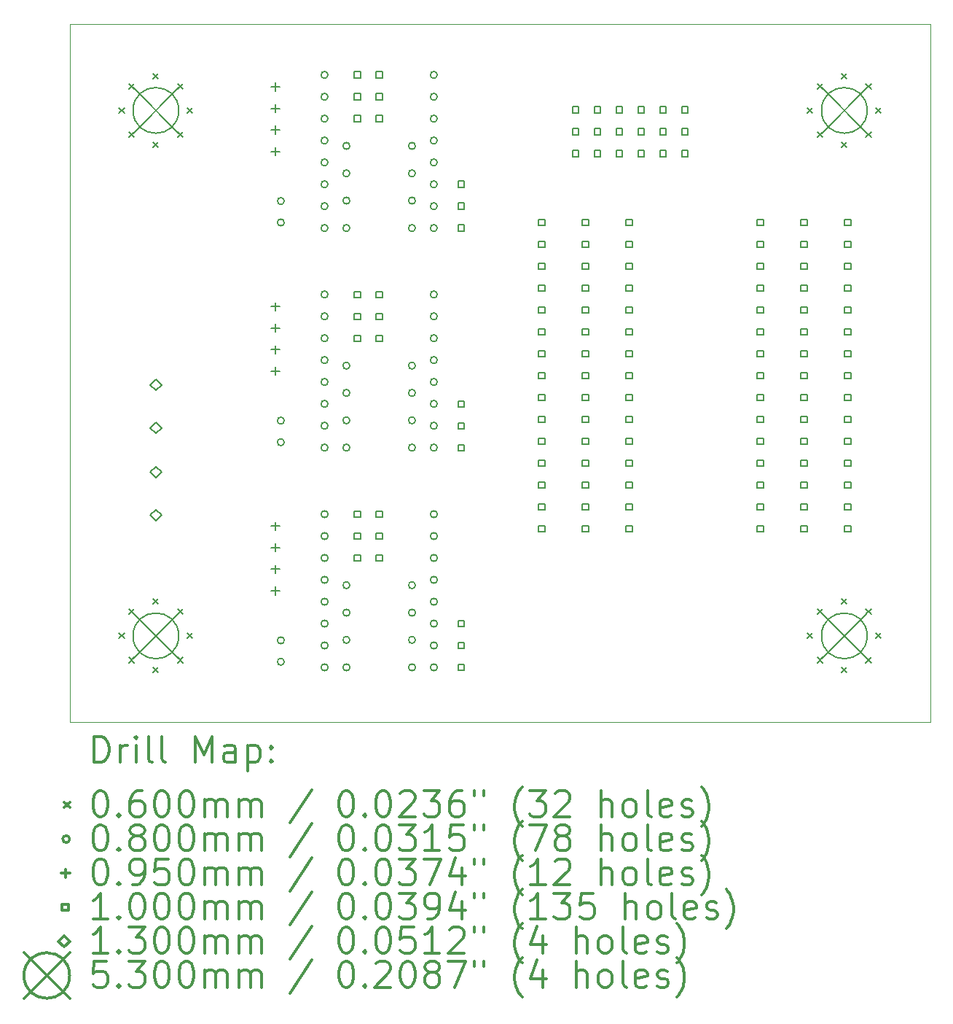
<source format=gbr>
%FSLAX45Y45*%
G04 Gerber Fmt 4.5, Leading zero omitted, Abs format (unit mm)*
G04 Created by KiCad (PCBNEW 5.1.10) date 2021-05-19 15:30:58*
%MOMM*%
%LPD*%
G01*
G04 APERTURE LIST*
%TA.AperFunction,Profile*%
%ADD10C,0.050000*%
%TD*%
%ADD11C,0.200000*%
%ADD12C,0.300000*%
G04 APERTURE END LIST*
D10*
X21024000Y-5558000D02*
X11024000Y-5558000D01*
X11024000Y-5558000D02*
X11024000Y-13658000D01*
X11024000Y-13658000D02*
X21024000Y-13658000D01*
X21024000Y-13658000D02*
X21024000Y-5558000D01*
D11*
X11596500Y-6528000D02*
X11656500Y-6588000D01*
X11656500Y-6528000D02*
X11596500Y-6588000D01*
X11596500Y-12628000D02*
X11656500Y-12688000D01*
X11656500Y-12628000D02*
X11596500Y-12688000D01*
X11712925Y-6246925D02*
X11772925Y-6306925D01*
X11772925Y-6246925D02*
X11712925Y-6306925D01*
X11712925Y-6809075D02*
X11772925Y-6869075D01*
X11772925Y-6809075D02*
X11712925Y-6869075D01*
X11712925Y-12346925D02*
X11772925Y-12406925D01*
X11772925Y-12346925D02*
X11712925Y-12406925D01*
X11712925Y-12909075D02*
X11772925Y-12969075D01*
X11772925Y-12909075D02*
X11712925Y-12969075D01*
X11994000Y-6130500D02*
X12054000Y-6190500D01*
X12054000Y-6130500D02*
X11994000Y-6190500D01*
X11994000Y-6925500D02*
X12054000Y-6985500D01*
X12054000Y-6925500D02*
X11994000Y-6985500D01*
X11994000Y-12230500D02*
X12054000Y-12290500D01*
X12054000Y-12230500D02*
X11994000Y-12290500D01*
X11994000Y-13025500D02*
X12054000Y-13085500D01*
X12054000Y-13025500D02*
X11994000Y-13085500D01*
X12275075Y-6246925D02*
X12335075Y-6306925D01*
X12335075Y-6246925D02*
X12275075Y-6306925D01*
X12275075Y-6809075D02*
X12335075Y-6869075D01*
X12335075Y-6809075D02*
X12275075Y-6869075D01*
X12275075Y-12346925D02*
X12335075Y-12406925D01*
X12335075Y-12346925D02*
X12275075Y-12406925D01*
X12275075Y-12909075D02*
X12335075Y-12969075D01*
X12335075Y-12909075D02*
X12275075Y-12969075D01*
X12391500Y-6528000D02*
X12451500Y-6588000D01*
X12451500Y-6528000D02*
X12391500Y-6588000D01*
X12391500Y-12628000D02*
X12451500Y-12688000D01*
X12451500Y-12628000D02*
X12391500Y-12688000D01*
X19596500Y-6528000D02*
X19656500Y-6588000D01*
X19656500Y-6528000D02*
X19596500Y-6588000D01*
X19596500Y-12628000D02*
X19656500Y-12688000D01*
X19656500Y-12628000D02*
X19596500Y-12688000D01*
X19712925Y-6246925D02*
X19772925Y-6306925D01*
X19772925Y-6246925D02*
X19712925Y-6306925D01*
X19712925Y-6809075D02*
X19772925Y-6869075D01*
X19772925Y-6809075D02*
X19712925Y-6869075D01*
X19712925Y-12346925D02*
X19772925Y-12406925D01*
X19772925Y-12346925D02*
X19712925Y-12406925D01*
X19712925Y-12909075D02*
X19772925Y-12969075D01*
X19772925Y-12909075D02*
X19712925Y-12969075D01*
X19994000Y-6130500D02*
X20054000Y-6190500D01*
X20054000Y-6130500D02*
X19994000Y-6190500D01*
X19994000Y-6925500D02*
X20054000Y-6985500D01*
X20054000Y-6925500D02*
X19994000Y-6985500D01*
X19994000Y-12230500D02*
X20054000Y-12290500D01*
X20054000Y-12230500D02*
X19994000Y-12290500D01*
X19994000Y-13025500D02*
X20054000Y-13085500D01*
X20054000Y-13025500D02*
X19994000Y-13085500D01*
X20275075Y-6246925D02*
X20335075Y-6306925D01*
X20335075Y-6246925D02*
X20275075Y-6306925D01*
X20275075Y-6809075D02*
X20335075Y-6869075D01*
X20335075Y-6809075D02*
X20275075Y-6869075D01*
X20275075Y-12346925D02*
X20335075Y-12406925D01*
X20335075Y-12346925D02*
X20275075Y-12406925D01*
X20275075Y-12909075D02*
X20335075Y-12969075D01*
X20335075Y-12909075D02*
X20275075Y-12969075D01*
X20391500Y-6528000D02*
X20451500Y-6588000D01*
X20451500Y-6528000D02*
X20391500Y-6588000D01*
X20391500Y-12628000D02*
X20451500Y-12688000D01*
X20451500Y-12628000D02*
X20391500Y-12688000D01*
X13516000Y-7609500D02*
G75*
G03*
X13516000Y-7609500I-40000J0D01*
G01*
X13516000Y-7859500D02*
G75*
G03*
X13516000Y-7859500I-40000J0D01*
G01*
X13516000Y-10159500D02*
G75*
G03*
X13516000Y-10159500I-40000J0D01*
G01*
X13516000Y-10409500D02*
G75*
G03*
X13516000Y-10409500I-40000J0D01*
G01*
X13516000Y-12709500D02*
G75*
G03*
X13516000Y-12709500I-40000J0D01*
G01*
X13516000Y-12959500D02*
G75*
G03*
X13516000Y-12959500I-40000J0D01*
G01*
X14024000Y-6145000D02*
G75*
G03*
X14024000Y-6145000I-40000J0D01*
G01*
X14024000Y-6399000D02*
G75*
G03*
X14024000Y-6399000I-40000J0D01*
G01*
X14024000Y-6653000D02*
G75*
G03*
X14024000Y-6653000I-40000J0D01*
G01*
X14024000Y-6907000D02*
G75*
G03*
X14024000Y-6907000I-40000J0D01*
G01*
X14024000Y-7161000D02*
G75*
G03*
X14024000Y-7161000I-40000J0D01*
G01*
X14024000Y-7415000D02*
G75*
G03*
X14024000Y-7415000I-40000J0D01*
G01*
X14024000Y-7669000D02*
G75*
G03*
X14024000Y-7669000I-40000J0D01*
G01*
X14024000Y-7923000D02*
G75*
G03*
X14024000Y-7923000I-40000J0D01*
G01*
X14024000Y-8695000D02*
G75*
G03*
X14024000Y-8695000I-40000J0D01*
G01*
X14024000Y-8949000D02*
G75*
G03*
X14024000Y-8949000I-40000J0D01*
G01*
X14024000Y-9203000D02*
G75*
G03*
X14024000Y-9203000I-40000J0D01*
G01*
X14024000Y-9457000D02*
G75*
G03*
X14024000Y-9457000I-40000J0D01*
G01*
X14024000Y-9711000D02*
G75*
G03*
X14024000Y-9711000I-40000J0D01*
G01*
X14024000Y-9965000D02*
G75*
G03*
X14024000Y-9965000I-40000J0D01*
G01*
X14024000Y-10219000D02*
G75*
G03*
X14024000Y-10219000I-40000J0D01*
G01*
X14024000Y-10473000D02*
G75*
G03*
X14024000Y-10473000I-40000J0D01*
G01*
X14024000Y-11245000D02*
G75*
G03*
X14024000Y-11245000I-40000J0D01*
G01*
X14024000Y-11499000D02*
G75*
G03*
X14024000Y-11499000I-40000J0D01*
G01*
X14024000Y-11753000D02*
G75*
G03*
X14024000Y-11753000I-40000J0D01*
G01*
X14024000Y-12007000D02*
G75*
G03*
X14024000Y-12007000I-40000J0D01*
G01*
X14024000Y-12261000D02*
G75*
G03*
X14024000Y-12261000I-40000J0D01*
G01*
X14024000Y-12515000D02*
G75*
G03*
X14024000Y-12515000I-40000J0D01*
G01*
X14024000Y-12769000D02*
G75*
G03*
X14024000Y-12769000I-40000J0D01*
G01*
X14024000Y-13023000D02*
G75*
G03*
X14024000Y-13023000I-40000J0D01*
G01*
X14278000Y-6970500D02*
G75*
G03*
X14278000Y-6970500I-40000J0D01*
G01*
X14278000Y-7288000D02*
G75*
G03*
X14278000Y-7288000I-40000J0D01*
G01*
X14278000Y-7605500D02*
G75*
G03*
X14278000Y-7605500I-40000J0D01*
G01*
X14278000Y-7923000D02*
G75*
G03*
X14278000Y-7923000I-40000J0D01*
G01*
X14278000Y-9520500D02*
G75*
G03*
X14278000Y-9520500I-40000J0D01*
G01*
X14278000Y-9838000D02*
G75*
G03*
X14278000Y-9838000I-40000J0D01*
G01*
X14278000Y-10155500D02*
G75*
G03*
X14278000Y-10155500I-40000J0D01*
G01*
X14278000Y-10473000D02*
G75*
G03*
X14278000Y-10473000I-40000J0D01*
G01*
X14278000Y-12070500D02*
G75*
G03*
X14278000Y-12070500I-40000J0D01*
G01*
X14278000Y-12388000D02*
G75*
G03*
X14278000Y-12388000I-40000J0D01*
G01*
X14278000Y-12705500D02*
G75*
G03*
X14278000Y-12705500I-40000J0D01*
G01*
X14278000Y-13023000D02*
G75*
G03*
X14278000Y-13023000I-40000J0D01*
G01*
X15040000Y-6970500D02*
G75*
G03*
X15040000Y-6970500I-40000J0D01*
G01*
X15040000Y-7288000D02*
G75*
G03*
X15040000Y-7288000I-40000J0D01*
G01*
X15040000Y-7605500D02*
G75*
G03*
X15040000Y-7605500I-40000J0D01*
G01*
X15040000Y-7923000D02*
G75*
G03*
X15040000Y-7923000I-40000J0D01*
G01*
X15040000Y-9520500D02*
G75*
G03*
X15040000Y-9520500I-40000J0D01*
G01*
X15040000Y-9838000D02*
G75*
G03*
X15040000Y-9838000I-40000J0D01*
G01*
X15040000Y-10155500D02*
G75*
G03*
X15040000Y-10155500I-40000J0D01*
G01*
X15040000Y-10473000D02*
G75*
G03*
X15040000Y-10473000I-40000J0D01*
G01*
X15040000Y-12070500D02*
G75*
G03*
X15040000Y-12070500I-40000J0D01*
G01*
X15040000Y-12388000D02*
G75*
G03*
X15040000Y-12388000I-40000J0D01*
G01*
X15040000Y-12705500D02*
G75*
G03*
X15040000Y-12705500I-40000J0D01*
G01*
X15040000Y-13023000D02*
G75*
G03*
X15040000Y-13023000I-40000J0D01*
G01*
X15294000Y-6145000D02*
G75*
G03*
X15294000Y-6145000I-40000J0D01*
G01*
X15294000Y-6399000D02*
G75*
G03*
X15294000Y-6399000I-40000J0D01*
G01*
X15294000Y-6653000D02*
G75*
G03*
X15294000Y-6653000I-40000J0D01*
G01*
X15294000Y-6907000D02*
G75*
G03*
X15294000Y-6907000I-40000J0D01*
G01*
X15294000Y-7161000D02*
G75*
G03*
X15294000Y-7161000I-40000J0D01*
G01*
X15294000Y-7415000D02*
G75*
G03*
X15294000Y-7415000I-40000J0D01*
G01*
X15294000Y-7669000D02*
G75*
G03*
X15294000Y-7669000I-40000J0D01*
G01*
X15294000Y-7923000D02*
G75*
G03*
X15294000Y-7923000I-40000J0D01*
G01*
X15294000Y-8695000D02*
G75*
G03*
X15294000Y-8695000I-40000J0D01*
G01*
X15294000Y-8949000D02*
G75*
G03*
X15294000Y-8949000I-40000J0D01*
G01*
X15294000Y-9203000D02*
G75*
G03*
X15294000Y-9203000I-40000J0D01*
G01*
X15294000Y-9457000D02*
G75*
G03*
X15294000Y-9457000I-40000J0D01*
G01*
X15294000Y-9711000D02*
G75*
G03*
X15294000Y-9711000I-40000J0D01*
G01*
X15294000Y-9965000D02*
G75*
G03*
X15294000Y-9965000I-40000J0D01*
G01*
X15294000Y-10219000D02*
G75*
G03*
X15294000Y-10219000I-40000J0D01*
G01*
X15294000Y-10473000D02*
G75*
G03*
X15294000Y-10473000I-40000J0D01*
G01*
X15294000Y-11245000D02*
G75*
G03*
X15294000Y-11245000I-40000J0D01*
G01*
X15294000Y-11499000D02*
G75*
G03*
X15294000Y-11499000I-40000J0D01*
G01*
X15294000Y-11753000D02*
G75*
G03*
X15294000Y-11753000I-40000J0D01*
G01*
X15294000Y-12007000D02*
G75*
G03*
X15294000Y-12007000I-40000J0D01*
G01*
X15294000Y-12261000D02*
G75*
G03*
X15294000Y-12261000I-40000J0D01*
G01*
X15294000Y-12515000D02*
G75*
G03*
X15294000Y-12515000I-40000J0D01*
G01*
X15294000Y-12769000D02*
G75*
G03*
X15294000Y-12769000I-40000J0D01*
G01*
X15294000Y-13023000D02*
G75*
G03*
X15294000Y-13023000I-40000J0D01*
G01*
X13412500Y-6236500D02*
X13412500Y-6331500D01*
X13365000Y-6284000D02*
X13460000Y-6284000D01*
X13412500Y-6486500D02*
X13412500Y-6581500D01*
X13365000Y-6534000D02*
X13460000Y-6534000D01*
X13412500Y-6736500D02*
X13412500Y-6831500D01*
X13365000Y-6784000D02*
X13460000Y-6784000D01*
X13412500Y-6986500D02*
X13412500Y-7081500D01*
X13365000Y-7034000D02*
X13460000Y-7034000D01*
X13412500Y-8786500D02*
X13412500Y-8881500D01*
X13365000Y-8834000D02*
X13460000Y-8834000D01*
X13412500Y-9036500D02*
X13412500Y-9131500D01*
X13365000Y-9084000D02*
X13460000Y-9084000D01*
X13412500Y-9286500D02*
X13412500Y-9381500D01*
X13365000Y-9334000D02*
X13460000Y-9334000D01*
X13412500Y-9536500D02*
X13412500Y-9631500D01*
X13365000Y-9584000D02*
X13460000Y-9584000D01*
X13412500Y-11336500D02*
X13412500Y-11431500D01*
X13365000Y-11384000D02*
X13460000Y-11384000D01*
X13412500Y-11586500D02*
X13412500Y-11681500D01*
X13365000Y-11634000D02*
X13460000Y-11634000D01*
X13412500Y-11836500D02*
X13412500Y-11931500D01*
X13365000Y-11884000D02*
X13460000Y-11884000D01*
X13412500Y-12086500D02*
X13412500Y-12181500D01*
X13365000Y-12134000D02*
X13460000Y-12134000D01*
X14400356Y-6180356D02*
X14400356Y-6109644D01*
X14329644Y-6109644D01*
X14329644Y-6180356D01*
X14400356Y-6180356D01*
X14400356Y-6434356D02*
X14400356Y-6363644D01*
X14329644Y-6363644D01*
X14329644Y-6434356D01*
X14400356Y-6434356D01*
X14400356Y-6688356D02*
X14400356Y-6617644D01*
X14329644Y-6617644D01*
X14329644Y-6688356D01*
X14400356Y-6688356D01*
X14400356Y-8730356D02*
X14400356Y-8659644D01*
X14329644Y-8659644D01*
X14329644Y-8730356D01*
X14400356Y-8730356D01*
X14400356Y-8984356D02*
X14400356Y-8913644D01*
X14329644Y-8913644D01*
X14329644Y-8984356D01*
X14400356Y-8984356D01*
X14400356Y-9238356D02*
X14400356Y-9167644D01*
X14329644Y-9167644D01*
X14329644Y-9238356D01*
X14400356Y-9238356D01*
X14400356Y-11280356D02*
X14400356Y-11209644D01*
X14329644Y-11209644D01*
X14329644Y-11280356D01*
X14400356Y-11280356D01*
X14400356Y-11534356D02*
X14400356Y-11463644D01*
X14329644Y-11463644D01*
X14329644Y-11534356D01*
X14400356Y-11534356D01*
X14400356Y-11788356D02*
X14400356Y-11717644D01*
X14329644Y-11717644D01*
X14329644Y-11788356D01*
X14400356Y-11788356D01*
X14654356Y-6180356D02*
X14654356Y-6109644D01*
X14583644Y-6109644D01*
X14583644Y-6180356D01*
X14654356Y-6180356D01*
X14654356Y-6434356D02*
X14654356Y-6363644D01*
X14583644Y-6363644D01*
X14583644Y-6434356D01*
X14654356Y-6434356D01*
X14654356Y-6688356D02*
X14654356Y-6617644D01*
X14583644Y-6617644D01*
X14583644Y-6688356D01*
X14654356Y-6688356D01*
X14654356Y-8730356D02*
X14654356Y-8659644D01*
X14583644Y-8659644D01*
X14583644Y-8730356D01*
X14654356Y-8730356D01*
X14654356Y-8984356D02*
X14654356Y-8913644D01*
X14583644Y-8913644D01*
X14583644Y-8984356D01*
X14654356Y-8984356D01*
X14654356Y-9238356D02*
X14654356Y-9167644D01*
X14583644Y-9167644D01*
X14583644Y-9238356D01*
X14654356Y-9238356D01*
X14654356Y-11280356D02*
X14654356Y-11209644D01*
X14583644Y-11209644D01*
X14583644Y-11280356D01*
X14654356Y-11280356D01*
X14654356Y-11534356D02*
X14654356Y-11463644D01*
X14583644Y-11463644D01*
X14583644Y-11534356D01*
X14654356Y-11534356D01*
X14654356Y-11788356D02*
X14654356Y-11717644D01*
X14583644Y-11717644D01*
X14583644Y-11788356D01*
X14654356Y-11788356D01*
X15606856Y-7450356D02*
X15606856Y-7379644D01*
X15536144Y-7379644D01*
X15536144Y-7450356D01*
X15606856Y-7450356D01*
X15606856Y-7704356D02*
X15606856Y-7633644D01*
X15536144Y-7633644D01*
X15536144Y-7704356D01*
X15606856Y-7704356D01*
X15606856Y-7958356D02*
X15606856Y-7887644D01*
X15536144Y-7887644D01*
X15536144Y-7958356D01*
X15606856Y-7958356D01*
X15606856Y-10000356D02*
X15606856Y-9929644D01*
X15536144Y-9929644D01*
X15536144Y-10000356D01*
X15606856Y-10000356D01*
X15606856Y-10254356D02*
X15606856Y-10183644D01*
X15536144Y-10183644D01*
X15536144Y-10254356D01*
X15606856Y-10254356D01*
X15606856Y-10508356D02*
X15606856Y-10437644D01*
X15536144Y-10437644D01*
X15536144Y-10508356D01*
X15606856Y-10508356D01*
X15606856Y-12550356D02*
X15606856Y-12479644D01*
X15536144Y-12479644D01*
X15536144Y-12550356D01*
X15606856Y-12550356D01*
X15606856Y-12804356D02*
X15606856Y-12733644D01*
X15536144Y-12733644D01*
X15536144Y-12804356D01*
X15606856Y-12804356D01*
X15606856Y-13058356D02*
X15606856Y-12987644D01*
X15536144Y-12987644D01*
X15536144Y-13058356D01*
X15606856Y-13058356D01*
X16543356Y-7893356D02*
X16543356Y-7822644D01*
X16472644Y-7822644D01*
X16472644Y-7893356D01*
X16543356Y-7893356D01*
X16543356Y-8147356D02*
X16543356Y-8076644D01*
X16472644Y-8076644D01*
X16472644Y-8147356D01*
X16543356Y-8147356D01*
X16543356Y-8401356D02*
X16543356Y-8330644D01*
X16472644Y-8330644D01*
X16472644Y-8401356D01*
X16543356Y-8401356D01*
X16543356Y-8655356D02*
X16543356Y-8584644D01*
X16472644Y-8584644D01*
X16472644Y-8655356D01*
X16543356Y-8655356D01*
X16543356Y-8909356D02*
X16543356Y-8838644D01*
X16472644Y-8838644D01*
X16472644Y-8909356D01*
X16543356Y-8909356D01*
X16543356Y-9163356D02*
X16543356Y-9092644D01*
X16472644Y-9092644D01*
X16472644Y-9163356D01*
X16543356Y-9163356D01*
X16543356Y-9417356D02*
X16543356Y-9346644D01*
X16472644Y-9346644D01*
X16472644Y-9417356D01*
X16543356Y-9417356D01*
X16543356Y-9671356D02*
X16543356Y-9600644D01*
X16472644Y-9600644D01*
X16472644Y-9671356D01*
X16543356Y-9671356D01*
X16543356Y-9925356D02*
X16543356Y-9854644D01*
X16472644Y-9854644D01*
X16472644Y-9925356D01*
X16543356Y-9925356D01*
X16543356Y-10179356D02*
X16543356Y-10108644D01*
X16472644Y-10108644D01*
X16472644Y-10179356D01*
X16543356Y-10179356D01*
X16543356Y-10433356D02*
X16543356Y-10362644D01*
X16472644Y-10362644D01*
X16472644Y-10433356D01*
X16543356Y-10433356D01*
X16543356Y-10687356D02*
X16543356Y-10616644D01*
X16472644Y-10616644D01*
X16472644Y-10687356D01*
X16543356Y-10687356D01*
X16543356Y-10941356D02*
X16543356Y-10870644D01*
X16472644Y-10870644D01*
X16472644Y-10941356D01*
X16543356Y-10941356D01*
X16543356Y-11195356D02*
X16543356Y-11124644D01*
X16472644Y-11124644D01*
X16472644Y-11195356D01*
X16543356Y-11195356D01*
X16543356Y-11449356D02*
X16543356Y-11378644D01*
X16472644Y-11378644D01*
X16472644Y-11449356D01*
X16543356Y-11449356D01*
X16939356Y-6585356D02*
X16939356Y-6514644D01*
X16868644Y-6514644D01*
X16868644Y-6585356D01*
X16939356Y-6585356D01*
X16939356Y-6839356D02*
X16939356Y-6768644D01*
X16868644Y-6768644D01*
X16868644Y-6839356D01*
X16939356Y-6839356D01*
X16939356Y-7093356D02*
X16939356Y-7022644D01*
X16868644Y-7022644D01*
X16868644Y-7093356D01*
X16939356Y-7093356D01*
X17051356Y-7893356D02*
X17051356Y-7822644D01*
X16980644Y-7822644D01*
X16980644Y-7893356D01*
X17051356Y-7893356D01*
X17051356Y-8147356D02*
X17051356Y-8076644D01*
X16980644Y-8076644D01*
X16980644Y-8147356D01*
X17051356Y-8147356D01*
X17051356Y-8401356D02*
X17051356Y-8330644D01*
X16980644Y-8330644D01*
X16980644Y-8401356D01*
X17051356Y-8401356D01*
X17051356Y-8655356D02*
X17051356Y-8584644D01*
X16980644Y-8584644D01*
X16980644Y-8655356D01*
X17051356Y-8655356D01*
X17051356Y-8909356D02*
X17051356Y-8838644D01*
X16980644Y-8838644D01*
X16980644Y-8909356D01*
X17051356Y-8909356D01*
X17051356Y-9163356D02*
X17051356Y-9092644D01*
X16980644Y-9092644D01*
X16980644Y-9163356D01*
X17051356Y-9163356D01*
X17051356Y-9417356D02*
X17051356Y-9346644D01*
X16980644Y-9346644D01*
X16980644Y-9417356D01*
X17051356Y-9417356D01*
X17051356Y-9671356D02*
X17051356Y-9600644D01*
X16980644Y-9600644D01*
X16980644Y-9671356D01*
X17051356Y-9671356D01*
X17051356Y-9925356D02*
X17051356Y-9854644D01*
X16980644Y-9854644D01*
X16980644Y-9925356D01*
X17051356Y-9925356D01*
X17051356Y-10179356D02*
X17051356Y-10108644D01*
X16980644Y-10108644D01*
X16980644Y-10179356D01*
X17051356Y-10179356D01*
X17051356Y-10433356D02*
X17051356Y-10362644D01*
X16980644Y-10362644D01*
X16980644Y-10433356D01*
X17051356Y-10433356D01*
X17051356Y-10687356D02*
X17051356Y-10616644D01*
X16980644Y-10616644D01*
X16980644Y-10687356D01*
X17051356Y-10687356D01*
X17051356Y-10941356D02*
X17051356Y-10870644D01*
X16980644Y-10870644D01*
X16980644Y-10941356D01*
X17051356Y-10941356D01*
X17051356Y-11195356D02*
X17051356Y-11124644D01*
X16980644Y-11124644D01*
X16980644Y-11195356D01*
X17051356Y-11195356D01*
X17051356Y-11449356D02*
X17051356Y-11378644D01*
X16980644Y-11378644D01*
X16980644Y-11449356D01*
X17051356Y-11449356D01*
X17193356Y-6585356D02*
X17193356Y-6514644D01*
X17122644Y-6514644D01*
X17122644Y-6585356D01*
X17193356Y-6585356D01*
X17193356Y-6839356D02*
X17193356Y-6768644D01*
X17122644Y-6768644D01*
X17122644Y-6839356D01*
X17193356Y-6839356D01*
X17193356Y-7093356D02*
X17193356Y-7022644D01*
X17122644Y-7022644D01*
X17122644Y-7093356D01*
X17193356Y-7093356D01*
X17447356Y-6585356D02*
X17447356Y-6514644D01*
X17376644Y-6514644D01*
X17376644Y-6585356D01*
X17447356Y-6585356D01*
X17447356Y-6839356D02*
X17447356Y-6768644D01*
X17376644Y-6768644D01*
X17376644Y-6839356D01*
X17447356Y-6839356D01*
X17447356Y-7093356D02*
X17447356Y-7022644D01*
X17376644Y-7022644D01*
X17376644Y-7093356D01*
X17447356Y-7093356D01*
X17559356Y-7893356D02*
X17559356Y-7822644D01*
X17488644Y-7822644D01*
X17488644Y-7893356D01*
X17559356Y-7893356D01*
X17559356Y-8147356D02*
X17559356Y-8076644D01*
X17488644Y-8076644D01*
X17488644Y-8147356D01*
X17559356Y-8147356D01*
X17559356Y-8401356D02*
X17559356Y-8330644D01*
X17488644Y-8330644D01*
X17488644Y-8401356D01*
X17559356Y-8401356D01*
X17559356Y-8655356D02*
X17559356Y-8584644D01*
X17488644Y-8584644D01*
X17488644Y-8655356D01*
X17559356Y-8655356D01*
X17559356Y-8909356D02*
X17559356Y-8838644D01*
X17488644Y-8838644D01*
X17488644Y-8909356D01*
X17559356Y-8909356D01*
X17559356Y-9163356D02*
X17559356Y-9092644D01*
X17488644Y-9092644D01*
X17488644Y-9163356D01*
X17559356Y-9163356D01*
X17559356Y-9417356D02*
X17559356Y-9346644D01*
X17488644Y-9346644D01*
X17488644Y-9417356D01*
X17559356Y-9417356D01*
X17559356Y-9671356D02*
X17559356Y-9600644D01*
X17488644Y-9600644D01*
X17488644Y-9671356D01*
X17559356Y-9671356D01*
X17559356Y-9925356D02*
X17559356Y-9854644D01*
X17488644Y-9854644D01*
X17488644Y-9925356D01*
X17559356Y-9925356D01*
X17559356Y-10179356D02*
X17559356Y-10108644D01*
X17488644Y-10108644D01*
X17488644Y-10179356D01*
X17559356Y-10179356D01*
X17559356Y-10433356D02*
X17559356Y-10362644D01*
X17488644Y-10362644D01*
X17488644Y-10433356D01*
X17559356Y-10433356D01*
X17559356Y-10687356D02*
X17559356Y-10616644D01*
X17488644Y-10616644D01*
X17488644Y-10687356D01*
X17559356Y-10687356D01*
X17559356Y-10941356D02*
X17559356Y-10870644D01*
X17488644Y-10870644D01*
X17488644Y-10941356D01*
X17559356Y-10941356D01*
X17559356Y-11195356D02*
X17559356Y-11124644D01*
X17488644Y-11124644D01*
X17488644Y-11195356D01*
X17559356Y-11195356D01*
X17559356Y-11449356D02*
X17559356Y-11378644D01*
X17488644Y-11378644D01*
X17488644Y-11449356D01*
X17559356Y-11449356D01*
X17701356Y-6585356D02*
X17701356Y-6514644D01*
X17630644Y-6514644D01*
X17630644Y-6585356D01*
X17701356Y-6585356D01*
X17701356Y-6839356D02*
X17701356Y-6768644D01*
X17630644Y-6768644D01*
X17630644Y-6839356D01*
X17701356Y-6839356D01*
X17701356Y-7093356D02*
X17701356Y-7022644D01*
X17630644Y-7022644D01*
X17630644Y-7093356D01*
X17701356Y-7093356D01*
X17955356Y-6585356D02*
X17955356Y-6514644D01*
X17884644Y-6514644D01*
X17884644Y-6585356D01*
X17955356Y-6585356D01*
X17955356Y-6839356D02*
X17955356Y-6768644D01*
X17884644Y-6768644D01*
X17884644Y-6839356D01*
X17955356Y-6839356D01*
X17955356Y-7093356D02*
X17955356Y-7022644D01*
X17884644Y-7022644D01*
X17884644Y-7093356D01*
X17955356Y-7093356D01*
X18209356Y-6585356D02*
X18209356Y-6514644D01*
X18138644Y-6514644D01*
X18138644Y-6585356D01*
X18209356Y-6585356D01*
X18209356Y-6839356D02*
X18209356Y-6768644D01*
X18138644Y-6768644D01*
X18138644Y-6839356D01*
X18209356Y-6839356D01*
X18209356Y-7093356D02*
X18209356Y-7022644D01*
X18138644Y-7022644D01*
X18138644Y-7093356D01*
X18209356Y-7093356D01*
X19083356Y-7893356D02*
X19083356Y-7822644D01*
X19012644Y-7822644D01*
X19012644Y-7893356D01*
X19083356Y-7893356D01*
X19083356Y-8147356D02*
X19083356Y-8076644D01*
X19012644Y-8076644D01*
X19012644Y-8147356D01*
X19083356Y-8147356D01*
X19083356Y-8401356D02*
X19083356Y-8330644D01*
X19012644Y-8330644D01*
X19012644Y-8401356D01*
X19083356Y-8401356D01*
X19083356Y-8655356D02*
X19083356Y-8584644D01*
X19012644Y-8584644D01*
X19012644Y-8655356D01*
X19083356Y-8655356D01*
X19083356Y-8909356D02*
X19083356Y-8838644D01*
X19012644Y-8838644D01*
X19012644Y-8909356D01*
X19083356Y-8909356D01*
X19083356Y-9163356D02*
X19083356Y-9092644D01*
X19012644Y-9092644D01*
X19012644Y-9163356D01*
X19083356Y-9163356D01*
X19083356Y-9417356D02*
X19083356Y-9346644D01*
X19012644Y-9346644D01*
X19012644Y-9417356D01*
X19083356Y-9417356D01*
X19083356Y-9671356D02*
X19083356Y-9600644D01*
X19012644Y-9600644D01*
X19012644Y-9671356D01*
X19083356Y-9671356D01*
X19083356Y-9925356D02*
X19083356Y-9854644D01*
X19012644Y-9854644D01*
X19012644Y-9925356D01*
X19083356Y-9925356D01*
X19083356Y-10179356D02*
X19083356Y-10108644D01*
X19012644Y-10108644D01*
X19012644Y-10179356D01*
X19083356Y-10179356D01*
X19083356Y-10433356D02*
X19083356Y-10362644D01*
X19012644Y-10362644D01*
X19012644Y-10433356D01*
X19083356Y-10433356D01*
X19083356Y-10687356D02*
X19083356Y-10616644D01*
X19012644Y-10616644D01*
X19012644Y-10687356D01*
X19083356Y-10687356D01*
X19083356Y-10941356D02*
X19083356Y-10870644D01*
X19012644Y-10870644D01*
X19012644Y-10941356D01*
X19083356Y-10941356D01*
X19083356Y-11195356D02*
X19083356Y-11124644D01*
X19012644Y-11124644D01*
X19012644Y-11195356D01*
X19083356Y-11195356D01*
X19083356Y-11449356D02*
X19083356Y-11378644D01*
X19012644Y-11378644D01*
X19012644Y-11449356D01*
X19083356Y-11449356D01*
X19591356Y-7893356D02*
X19591356Y-7822644D01*
X19520644Y-7822644D01*
X19520644Y-7893356D01*
X19591356Y-7893356D01*
X19591356Y-8147356D02*
X19591356Y-8076644D01*
X19520644Y-8076644D01*
X19520644Y-8147356D01*
X19591356Y-8147356D01*
X19591356Y-8401356D02*
X19591356Y-8330644D01*
X19520644Y-8330644D01*
X19520644Y-8401356D01*
X19591356Y-8401356D01*
X19591356Y-8655356D02*
X19591356Y-8584644D01*
X19520644Y-8584644D01*
X19520644Y-8655356D01*
X19591356Y-8655356D01*
X19591356Y-8909356D02*
X19591356Y-8838644D01*
X19520644Y-8838644D01*
X19520644Y-8909356D01*
X19591356Y-8909356D01*
X19591356Y-9163356D02*
X19591356Y-9092644D01*
X19520644Y-9092644D01*
X19520644Y-9163356D01*
X19591356Y-9163356D01*
X19591356Y-9417356D02*
X19591356Y-9346644D01*
X19520644Y-9346644D01*
X19520644Y-9417356D01*
X19591356Y-9417356D01*
X19591356Y-9671356D02*
X19591356Y-9600644D01*
X19520644Y-9600644D01*
X19520644Y-9671356D01*
X19591356Y-9671356D01*
X19591356Y-9925356D02*
X19591356Y-9854644D01*
X19520644Y-9854644D01*
X19520644Y-9925356D01*
X19591356Y-9925356D01*
X19591356Y-10179356D02*
X19591356Y-10108644D01*
X19520644Y-10108644D01*
X19520644Y-10179356D01*
X19591356Y-10179356D01*
X19591356Y-10433356D02*
X19591356Y-10362644D01*
X19520644Y-10362644D01*
X19520644Y-10433356D01*
X19591356Y-10433356D01*
X19591356Y-10687356D02*
X19591356Y-10616644D01*
X19520644Y-10616644D01*
X19520644Y-10687356D01*
X19591356Y-10687356D01*
X19591356Y-10941356D02*
X19591356Y-10870644D01*
X19520644Y-10870644D01*
X19520644Y-10941356D01*
X19591356Y-10941356D01*
X19591356Y-11195356D02*
X19591356Y-11124644D01*
X19520644Y-11124644D01*
X19520644Y-11195356D01*
X19591356Y-11195356D01*
X19591356Y-11449356D02*
X19591356Y-11378644D01*
X19520644Y-11378644D01*
X19520644Y-11449356D01*
X19591356Y-11449356D01*
X20099356Y-7893356D02*
X20099356Y-7822644D01*
X20028644Y-7822644D01*
X20028644Y-7893356D01*
X20099356Y-7893356D01*
X20099356Y-8147356D02*
X20099356Y-8076644D01*
X20028644Y-8076644D01*
X20028644Y-8147356D01*
X20099356Y-8147356D01*
X20099356Y-8401356D02*
X20099356Y-8330644D01*
X20028644Y-8330644D01*
X20028644Y-8401356D01*
X20099356Y-8401356D01*
X20099356Y-8655356D02*
X20099356Y-8584644D01*
X20028644Y-8584644D01*
X20028644Y-8655356D01*
X20099356Y-8655356D01*
X20099356Y-8909356D02*
X20099356Y-8838644D01*
X20028644Y-8838644D01*
X20028644Y-8909356D01*
X20099356Y-8909356D01*
X20099356Y-9163356D02*
X20099356Y-9092644D01*
X20028644Y-9092644D01*
X20028644Y-9163356D01*
X20099356Y-9163356D01*
X20099356Y-9417356D02*
X20099356Y-9346644D01*
X20028644Y-9346644D01*
X20028644Y-9417356D01*
X20099356Y-9417356D01*
X20099356Y-9671356D02*
X20099356Y-9600644D01*
X20028644Y-9600644D01*
X20028644Y-9671356D01*
X20099356Y-9671356D01*
X20099356Y-9925356D02*
X20099356Y-9854644D01*
X20028644Y-9854644D01*
X20028644Y-9925356D01*
X20099356Y-9925356D01*
X20099356Y-10179356D02*
X20099356Y-10108644D01*
X20028644Y-10108644D01*
X20028644Y-10179356D01*
X20099356Y-10179356D01*
X20099356Y-10433356D02*
X20099356Y-10362644D01*
X20028644Y-10362644D01*
X20028644Y-10433356D01*
X20099356Y-10433356D01*
X20099356Y-10687356D02*
X20099356Y-10616644D01*
X20028644Y-10616644D01*
X20028644Y-10687356D01*
X20099356Y-10687356D01*
X20099356Y-10941356D02*
X20099356Y-10870644D01*
X20028644Y-10870644D01*
X20028644Y-10941356D01*
X20099356Y-10941356D01*
X20099356Y-11195356D02*
X20099356Y-11124644D01*
X20028644Y-11124644D01*
X20028644Y-11195356D01*
X20099356Y-11195356D01*
X20099356Y-11449356D02*
X20099356Y-11378644D01*
X20028644Y-11378644D01*
X20028644Y-11449356D01*
X20099356Y-11449356D01*
X12024000Y-9809500D02*
X12089000Y-9744500D01*
X12024000Y-9679500D01*
X11959000Y-9744500D01*
X12024000Y-9809500D01*
X12024000Y-10309500D02*
X12089000Y-10244500D01*
X12024000Y-10179500D01*
X11959000Y-10244500D01*
X12024000Y-10309500D01*
X12024000Y-10823000D02*
X12089000Y-10758000D01*
X12024000Y-10693000D01*
X11959000Y-10758000D01*
X12024000Y-10823000D01*
X12024000Y-11323000D02*
X12089000Y-11258000D01*
X12024000Y-11193000D01*
X11959000Y-11258000D01*
X12024000Y-11323000D01*
X11759000Y-6293000D02*
X12289000Y-6823000D01*
X12289000Y-6293000D02*
X11759000Y-6823000D01*
X12289000Y-6558000D02*
G75*
G03*
X12289000Y-6558000I-265000J0D01*
G01*
X11759000Y-12393000D02*
X12289000Y-12923000D01*
X12289000Y-12393000D02*
X11759000Y-12923000D01*
X12289000Y-12658000D02*
G75*
G03*
X12289000Y-12658000I-265000J0D01*
G01*
X19759000Y-6293000D02*
X20289000Y-6823000D01*
X20289000Y-6293000D02*
X19759000Y-6823000D01*
X20289000Y-6558000D02*
G75*
G03*
X20289000Y-6558000I-265000J0D01*
G01*
X19759000Y-12393000D02*
X20289000Y-12923000D01*
X20289000Y-12393000D02*
X19759000Y-12923000D01*
X20289000Y-12658000D02*
G75*
G03*
X20289000Y-12658000I-265000J0D01*
G01*
D12*
X11307928Y-14126214D02*
X11307928Y-13826214D01*
X11379357Y-13826214D01*
X11422214Y-13840500D01*
X11450786Y-13869071D01*
X11465071Y-13897643D01*
X11479357Y-13954786D01*
X11479357Y-13997643D01*
X11465071Y-14054786D01*
X11450786Y-14083357D01*
X11422214Y-14111929D01*
X11379357Y-14126214D01*
X11307928Y-14126214D01*
X11607928Y-14126214D02*
X11607928Y-13926214D01*
X11607928Y-13983357D02*
X11622214Y-13954786D01*
X11636500Y-13940500D01*
X11665071Y-13926214D01*
X11693643Y-13926214D01*
X11793643Y-14126214D02*
X11793643Y-13926214D01*
X11793643Y-13826214D02*
X11779357Y-13840500D01*
X11793643Y-13854786D01*
X11807928Y-13840500D01*
X11793643Y-13826214D01*
X11793643Y-13854786D01*
X11979357Y-14126214D02*
X11950786Y-14111929D01*
X11936500Y-14083357D01*
X11936500Y-13826214D01*
X12136500Y-14126214D02*
X12107928Y-14111929D01*
X12093643Y-14083357D01*
X12093643Y-13826214D01*
X12479357Y-14126214D02*
X12479357Y-13826214D01*
X12579357Y-14040500D01*
X12679357Y-13826214D01*
X12679357Y-14126214D01*
X12950786Y-14126214D02*
X12950786Y-13969071D01*
X12936500Y-13940500D01*
X12907928Y-13926214D01*
X12850786Y-13926214D01*
X12822214Y-13940500D01*
X12950786Y-14111929D02*
X12922214Y-14126214D01*
X12850786Y-14126214D01*
X12822214Y-14111929D01*
X12807928Y-14083357D01*
X12807928Y-14054786D01*
X12822214Y-14026214D01*
X12850786Y-14011929D01*
X12922214Y-14011929D01*
X12950786Y-13997643D01*
X13093643Y-13926214D02*
X13093643Y-14226214D01*
X13093643Y-13940500D02*
X13122214Y-13926214D01*
X13179357Y-13926214D01*
X13207928Y-13940500D01*
X13222214Y-13954786D01*
X13236500Y-13983357D01*
X13236500Y-14069071D01*
X13222214Y-14097643D01*
X13207928Y-14111929D01*
X13179357Y-14126214D01*
X13122214Y-14126214D01*
X13093643Y-14111929D01*
X13365071Y-14097643D02*
X13379357Y-14111929D01*
X13365071Y-14126214D01*
X13350786Y-14111929D01*
X13365071Y-14097643D01*
X13365071Y-14126214D01*
X13365071Y-13940500D02*
X13379357Y-13954786D01*
X13365071Y-13969071D01*
X13350786Y-13954786D01*
X13365071Y-13940500D01*
X13365071Y-13969071D01*
X10961500Y-14590500D02*
X11021500Y-14650500D01*
X11021500Y-14590500D02*
X10961500Y-14650500D01*
X11365071Y-14456214D02*
X11393643Y-14456214D01*
X11422214Y-14470500D01*
X11436500Y-14484786D01*
X11450786Y-14513357D01*
X11465071Y-14570500D01*
X11465071Y-14641929D01*
X11450786Y-14699071D01*
X11436500Y-14727643D01*
X11422214Y-14741929D01*
X11393643Y-14756214D01*
X11365071Y-14756214D01*
X11336500Y-14741929D01*
X11322214Y-14727643D01*
X11307928Y-14699071D01*
X11293643Y-14641929D01*
X11293643Y-14570500D01*
X11307928Y-14513357D01*
X11322214Y-14484786D01*
X11336500Y-14470500D01*
X11365071Y-14456214D01*
X11593643Y-14727643D02*
X11607928Y-14741929D01*
X11593643Y-14756214D01*
X11579357Y-14741929D01*
X11593643Y-14727643D01*
X11593643Y-14756214D01*
X11865071Y-14456214D02*
X11807928Y-14456214D01*
X11779357Y-14470500D01*
X11765071Y-14484786D01*
X11736500Y-14527643D01*
X11722214Y-14584786D01*
X11722214Y-14699071D01*
X11736500Y-14727643D01*
X11750786Y-14741929D01*
X11779357Y-14756214D01*
X11836500Y-14756214D01*
X11865071Y-14741929D01*
X11879357Y-14727643D01*
X11893643Y-14699071D01*
X11893643Y-14627643D01*
X11879357Y-14599071D01*
X11865071Y-14584786D01*
X11836500Y-14570500D01*
X11779357Y-14570500D01*
X11750786Y-14584786D01*
X11736500Y-14599071D01*
X11722214Y-14627643D01*
X12079357Y-14456214D02*
X12107928Y-14456214D01*
X12136500Y-14470500D01*
X12150786Y-14484786D01*
X12165071Y-14513357D01*
X12179357Y-14570500D01*
X12179357Y-14641929D01*
X12165071Y-14699071D01*
X12150786Y-14727643D01*
X12136500Y-14741929D01*
X12107928Y-14756214D01*
X12079357Y-14756214D01*
X12050786Y-14741929D01*
X12036500Y-14727643D01*
X12022214Y-14699071D01*
X12007928Y-14641929D01*
X12007928Y-14570500D01*
X12022214Y-14513357D01*
X12036500Y-14484786D01*
X12050786Y-14470500D01*
X12079357Y-14456214D01*
X12365071Y-14456214D02*
X12393643Y-14456214D01*
X12422214Y-14470500D01*
X12436500Y-14484786D01*
X12450786Y-14513357D01*
X12465071Y-14570500D01*
X12465071Y-14641929D01*
X12450786Y-14699071D01*
X12436500Y-14727643D01*
X12422214Y-14741929D01*
X12393643Y-14756214D01*
X12365071Y-14756214D01*
X12336500Y-14741929D01*
X12322214Y-14727643D01*
X12307928Y-14699071D01*
X12293643Y-14641929D01*
X12293643Y-14570500D01*
X12307928Y-14513357D01*
X12322214Y-14484786D01*
X12336500Y-14470500D01*
X12365071Y-14456214D01*
X12593643Y-14756214D02*
X12593643Y-14556214D01*
X12593643Y-14584786D02*
X12607928Y-14570500D01*
X12636500Y-14556214D01*
X12679357Y-14556214D01*
X12707928Y-14570500D01*
X12722214Y-14599071D01*
X12722214Y-14756214D01*
X12722214Y-14599071D02*
X12736500Y-14570500D01*
X12765071Y-14556214D01*
X12807928Y-14556214D01*
X12836500Y-14570500D01*
X12850786Y-14599071D01*
X12850786Y-14756214D01*
X12993643Y-14756214D02*
X12993643Y-14556214D01*
X12993643Y-14584786D02*
X13007928Y-14570500D01*
X13036500Y-14556214D01*
X13079357Y-14556214D01*
X13107928Y-14570500D01*
X13122214Y-14599071D01*
X13122214Y-14756214D01*
X13122214Y-14599071D02*
X13136500Y-14570500D01*
X13165071Y-14556214D01*
X13207928Y-14556214D01*
X13236500Y-14570500D01*
X13250786Y-14599071D01*
X13250786Y-14756214D01*
X13836500Y-14441929D02*
X13579357Y-14827643D01*
X14222214Y-14456214D02*
X14250786Y-14456214D01*
X14279357Y-14470500D01*
X14293643Y-14484786D01*
X14307928Y-14513357D01*
X14322214Y-14570500D01*
X14322214Y-14641929D01*
X14307928Y-14699071D01*
X14293643Y-14727643D01*
X14279357Y-14741929D01*
X14250786Y-14756214D01*
X14222214Y-14756214D01*
X14193643Y-14741929D01*
X14179357Y-14727643D01*
X14165071Y-14699071D01*
X14150786Y-14641929D01*
X14150786Y-14570500D01*
X14165071Y-14513357D01*
X14179357Y-14484786D01*
X14193643Y-14470500D01*
X14222214Y-14456214D01*
X14450786Y-14727643D02*
X14465071Y-14741929D01*
X14450786Y-14756214D01*
X14436500Y-14741929D01*
X14450786Y-14727643D01*
X14450786Y-14756214D01*
X14650786Y-14456214D02*
X14679357Y-14456214D01*
X14707928Y-14470500D01*
X14722214Y-14484786D01*
X14736500Y-14513357D01*
X14750786Y-14570500D01*
X14750786Y-14641929D01*
X14736500Y-14699071D01*
X14722214Y-14727643D01*
X14707928Y-14741929D01*
X14679357Y-14756214D01*
X14650786Y-14756214D01*
X14622214Y-14741929D01*
X14607928Y-14727643D01*
X14593643Y-14699071D01*
X14579357Y-14641929D01*
X14579357Y-14570500D01*
X14593643Y-14513357D01*
X14607928Y-14484786D01*
X14622214Y-14470500D01*
X14650786Y-14456214D01*
X14865071Y-14484786D02*
X14879357Y-14470500D01*
X14907928Y-14456214D01*
X14979357Y-14456214D01*
X15007928Y-14470500D01*
X15022214Y-14484786D01*
X15036500Y-14513357D01*
X15036500Y-14541929D01*
X15022214Y-14584786D01*
X14850786Y-14756214D01*
X15036500Y-14756214D01*
X15136500Y-14456214D02*
X15322214Y-14456214D01*
X15222214Y-14570500D01*
X15265071Y-14570500D01*
X15293643Y-14584786D01*
X15307928Y-14599071D01*
X15322214Y-14627643D01*
X15322214Y-14699071D01*
X15307928Y-14727643D01*
X15293643Y-14741929D01*
X15265071Y-14756214D01*
X15179357Y-14756214D01*
X15150786Y-14741929D01*
X15136500Y-14727643D01*
X15579357Y-14456214D02*
X15522214Y-14456214D01*
X15493643Y-14470500D01*
X15479357Y-14484786D01*
X15450786Y-14527643D01*
X15436500Y-14584786D01*
X15436500Y-14699071D01*
X15450786Y-14727643D01*
X15465071Y-14741929D01*
X15493643Y-14756214D01*
X15550786Y-14756214D01*
X15579357Y-14741929D01*
X15593643Y-14727643D01*
X15607928Y-14699071D01*
X15607928Y-14627643D01*
X15593643Y-14599071D01*
X15579357Y-14584786D01*
X15550786Y-14570500D01*
X15493643Y-14570500D01*
X15465071Y-14584786D01*
X15450786Y-14599071D01*
X15436500Y-14627643D01*
X15722214Y-14456214D02*
X15722214Y-14513357D01*
X15836500Y-14456214D02*
X15836500Y-14513357D01*
X16279357Y-14870500D02*
X16265071Y-14856214D01*
X16236500Y-14813357D01*
X16222214Y-14784786D01*
X16207928Y-14741929D01*
X16193643Y-14670500D01*
X16193643Y-14613357D01*
X16207928Y-14541929D01*
X16222214Y-14499071D01*
X16236500Y-14470500D01*
X16265071Y-14427643D01*
X16279357Y-14413357D01*
X16365071Y-14456214D02*
X16550786Y-14456214D01*
X16450786Y-14570500D01*
X16493643Y-14570500D01*
X16522214Y-14584786D01*
X16536500Y-14599071D01*
X16550786Y-14627643D01*
X16550786Y-14699071D01*
X16536500Y-14727643D01*
X16522214Y-14741929D01*
X16493643Y-14756214D01*
X16407928Y-14756214D01*
X16379357Y-14741929D01*
X16365071Y-14727643D01*
X16665071Y-14484786D02*
X16679357Y-14470500D01*
X16707928Y-14456214D01*
X16779357Y-14456214D01*
X16807928Y-14470500D01*
X16822214Y-14484786D01*
X16836500Y-14513357D01*
X16836500Y-14541929D01*
X16822214Y-14584786D01*
X16650786Y-14756214D01*
X16836500Y-14756214D01*
X17193643Y-14756214D02*
X17193643Y-14456214D01*
X17322214Y-14756214D02*
X17322214Y-14599071D01*
X17307928Y-14570500D01*
X17279357Y-14556214D01*
X17236500Y-14556214D01*
X17207928Y-14570500D01*
X17193643Y-14584786D01*
X17507928Y-14756214D02*
X17479357Y-14741929D01*
X17465071Y-14727643D01*
X17450786Y-14699071D01*
X17450786Y-14613357D01*
X17465071Y-14584786D01*
X17479357Y-14570500D01*
X17507928Y-14556214D01*
X17550786Y-14556214D01*
X17579357Y-14570500D01*
X17593643Y-14584786D01*
X17607928Y-14613357D01*
X17607928Y-14699071D01*
X17593643Y-14727643D01*
X17579357Y-14741929D01*
X17550786Y-14756214D01*
X17507928Y-14756214D01*
X17779357Y-14756214D02*
X17750786Y-14741929D01*
X17736500Y-14713357D01*
X17736500Y-14456214D01*
X18007928Y-14741929D02*
X17979357Y-14756214D01*
X17922214Y-14756214D01*
X17893643Y-14741929D01*
X17879357Y-14713357D01*
X17879357Y-14599071D01*
X17893643Y-14570500D01*
X17922214Y-14556214D01*
X17979357Y-14556214D01*
X18007928Y-14570500D01*
X18022214Y-14599071D01*
X18022214Y-14627643D01*
X17879357Y-14656214D01*
X18136500Y-14741929D02*
X18165071Y-14756214D01*
X18222214Y-14756214D01*
X18250786Y-14741929D01*
X18265071Y-14713357D01*
X18265071Y-14699071D01*
X18250786Y-14670500D01*
X18222214Y-14656214D01*
X18179357Y-14656214D01*
X18150786Y-14641929D01*
X18136500Y-14613357D01*
X18136500Y-14599071D01*
X18150786Y-14570500D01*
X18179357Y-14556214D01*
X18222214Y-14556214D01*
X18250786Y-14570500D01*
X18365071Y-14870500D02*
X18379357Y-14856214D01*
X18407928Y-14813357D01*
X18422214Y-14784786D01*
X18436500Y-14741929D01*
X18450786Y-14670500D01*
X18450786Y-14613357D01*
X18436500Y-14541929D01*
X18422214Y-14499071D01*
X18407928Y-14470500D01*
X18379357Y-14427643D01*
X18365071Y-14413357D01*
X11021500Y-15016500D02*
G75*
G03*
X11021500Y-15016500I-40000J0D01*
G01*
X11365071Y-14852214D02*
X11393643Y-14852214D01*
X11422214Y-14866500D01*
X11436500Y-14880786D01*
X11450786Y-14909357D01*
X11465071Y-14966500D01*
X11465071Y-15037929D01*
X11450786Y-15095071D01*
X11436500Y-15123643D01*
X11422214Y-15137929D01*
X11393643Y-15152214D01*
X11365071Y-15152214D01*
X11336500Y-15137929D01*
X11322214Y-15123643D01*
X11307928Y-15095071D01*
X11293643Y-15037929D01*
X11293643Y-14966500D01*
X11307928Y-14909357D01*
X11322214Y-14880786D01*
X11336500Y-14866500D01*
X11365071Y-14852214D01*
X11593643Y-15123643D02*
X11607928Y-15137929D01*
X11593643Y-15152214D01*
X11579357Y-15137929D01*
X11593643Y-15123643D01*
X11593643Y-15152214D01*
X11779357Y-14980786D02*
X11750786Y-14966500D01*
X11736500Y-14952214D01*
X11722214Y-14923643D01*
X11722214Y-14909357D01*
X11736500Y-14880786D01*
X11750786Y-14866500D01*
X11779357Y-14852214D01*
X11836500Y-14852214D01*
X11865071Y-14866500D01*
X11879357Y-14880786D01*
X11893643Y-14909357D01*
X11893643Y-14923643D01*
X11879357Y-14952214D01*
X11865071Y-14966500D01*
X11836500Y-14980786D01*
X11779357Y-14980786D01*
X11750786Y-14995071D01*
X11736500Y-15009357D01*
X11722214Y-15037929D01*
X11722214Y-15095071D01*
X11736500Y-15123643D01*
X11750786Y-15137929D01*
X11779357Y-15152214D01*
X11836500Y-15152214D01*
X11865071Y-15137929D01*
X11879357Y-15123643D01*
X11893643Y-15095071D01*
X11893643Y-15037929D01*
X11879357Y-15009357D01*
X11865071Y-14995071D01*
X11836500Y-14980786D01*
X12079357Y-14852214D02*
X12107928Y-14852214D01*
X12136500Y-14866500D01*
X12150786Y-14880786D01*
X12165071Y-14909357D01*
X12179357Y-14966500D01*
X12179357Y-15037929D01*
X12165071Y-15095071D01*
X12150786Y-15123643D01*
X12136500Y-15137929D01*
X12107928Y-15152214D01*
X12079357Y-15152214D01*
X12050786Y-15137929D01*
X12036500Y-15123643D01*
X12022214Y-15095071D01*
X12007928Y-15037929D01*
X12007928Y-14966500D01*
X12022214Y-14909357D01*
X12036500Y-14880786D01*
X12050786Y-14866500D01*
X12079357Y-14852214D01*
X12365071Y-14852214D02*
X12393643Y-14852214D01*
X12422214Y-14866500D01*
X12436500Y-14880786D01*
X12450786Y-14909357D01*
X12465071Y-14966500D01*
X12465071Y-15037929D01*
X12450786Y-15095071D01*
X12436500Y-15123643D01*
X12422214Y-15137929D01*
X12393643Y-15152214D01*
X12365071Y-15152214D01*
X12336500Y-15137929D01*
X12322214Y-15123643D01*
X12307928Y-15095071D01*
X12293643Y-15037929D01*
X12293643Y-14966500D01*
X12307928Y-14909357D01*
X12322214Y-14880786D01*
X12336500Y-14866500D01*
X12365071Y-14852214D01*
X12593643Y-15152214D02*
X12593643Y-14952214D01*
X12593643Y-14980786D02*
X12607928Y-14966500D01*
X12636500Y-14952214D01*
X12679357Y-14952214D01*
X12707928Y-14966500D01*
X12722214Y-14995071D01*
X12722214Y-15152214D01*
X12722214Y-14995071D02*
X12736500Y-14966500D01*
X12765071Y-14952214D01*
X12807928Y-14952214D01*
X12836500Y-14966500D01*
X12850786Y-14995071D01*
X12850786Y-15152214D01*
X12993643Y-15152214D02*
X12993643Y-14952214D01*
X12993643Y-14980786D02*
X13007928Y-14966500D01*
X13036500Y-14952214D01*
X13079357Y-14952214D01*
X13107928Y-14966500D01*
X13122214Y-14995071D01*
X13122214Y-15152214D01*
X13122214Y-14995071D02*
X13136500Y-14966500D01*
X13165071Y-14952214D01*
X13207928Y-14952214D01*
X13236500Y-14966500D01*
X13250786Y-14995071D01*
X13250786Y-15152214D01*
X13836500Y-14837929D02*
X13579357Y-15223643D01*
X14222214Y-14852214D02*
X14250786Y-14852214D01*
X14279357Y-14866500D01*
X14293643Y-14880786D01*
X14307928Y-14909357D01*
X14322214Y-14966500D01*
X14322214Y-15037929D01*
X14307928Y-15095071D01*
X14293643Y-15123643D01*
X14279357Y-15137929D01*
X14250786Y-15152214D01*
X14222214Y-15152214D01*
X14193643Y-15137929D01*
X14179357Y-15123643D01*
X14165071Y-15095071D01*
X14150786Y-15037929D01*
X14150786Y-14966500D01*
X14165071Y-14909357D01*
X14179357Y-14880786D01*
X14193643Y-14866500D01*
X14222214Y-14852214D01*
X14450786Y-15123643D02*
X14465071Y-15137929D01*
X14450786Y-15152214D01*
X14436500Y-15137929D01*
X14450786Y-15123643D01*
X14450786Y-15152214D01*
X14650786Y-14852214D02*
X14679357Y-14852214D01*
X14707928Y-14866500D01*
X14722214Y-14880786D01*
X14736500Y-14909357D01*
X14750786Y-14966500D01*
X14750786Y-15037929D01*
X14736500Y-15095071D01*
X14722214Y-15123643D01*
X14707928Y-15137929D01*
X14679357Y-15152214D01*
X14650786Y-15152214D01*
X14622214Y-15137929D01*
X14607928Y-15123643D01*
X14593643Y-15095071D01*
X14579357Y-15037929D01*
X14579357Y-14966500D01*
X14593643Y-14909357D01*
X14607928Y-14880786D01*
X14622214Y-14866500D01*
X14650786Y-14852214D01*
X14850786Y-14852214D02*
X15036500Y-14852214D01*
X14936500Y-14966500D01*
X14979357Y-14966500D01*
X15007928Y-14980786D01*
X15022214Y-14995071D01*
X15036500Y-15023643D01*
X15036500Y-15095071D01*
X15022214Y-15123643D01*
X15007928Y-15137929D01*
X14979357Y-15152214D01*
X14893643Y-15152214D01*
X14865071Y-15137929D01*
X14850786Y-15123643D01*
X15322214Y-15152214D02*
X15150786Y-15152214D01*
X15236500Y-15152214D02*
X15236500Y-14852214D01*
X15207928Y-14895071D01*
X15179357Y-14923643D01*
X15150786Y-14937929D01*
X15593643Y-14852214D02*
X15450786Y-14852214D01*
X15436500Y-14995071D01*
X15450786Y-14980786D01*
X15479357Y-14966500D01*
X15550786Y-14966500D01*
X15579357Y-14980786D01*
X15593643Y-14995071D01*
X15607928Y-15023643D01*
X15607928Y-15095071D01*
X15593643Y-15123643D01*
X15579357Y-15137929D01*
X15550786Y-15152214D01*
X15479357Y-15152214D01*
X15450786Y-15137929D01*
X15436500Y-15123643D01*
X15722214Y-14852214D02*
X15722214Y-14909357D01*
X15836500Y-14852214D02*
X15836500Y-14909357D01*
X16279357Y-15266500D02*
X16265071Y-15252214D01*
X16236500Y-15209357D01*
X16222214Y-15180786D01*
X16207928Y-15137929D01*
X16193643Y-15066500D01*
X16193643Y-15009357D01*
X16207928Y-14937929D01*
X16222214Y-14895071D01*
X16236500Y-14866500D01*
X16265071Y-14823643D01*
X16279357Y-14809357D01*
X16365071Y-14852214D02*
X16565071Y-14852214D01*
X16436500Y-15152214D01*
X16722214Y-14980786D02*
X16693643Y-14966500D01*
X16679357Y-14952214D01*
X16665071Y-14923643D01*
X16665071Y-14909357D01*
X16679357Y-14880786D01*
X16693643Y-14866500D01*
X16722214Y-14852214D01*
X16779357Y-14852214D01*
X16807928Y-14866500D01*
X16822214Y-14880786D01*
X16836500Y-14909357D01*
X16836500Y-14923643D01*
X16822214Y-14952214D01*
X16807928Y-14966500D01*
X16779357Y-14980786D01*
X16722214Y-14980786D01*
X16693643Y-14995071D01*
X16679357Y-15009357D01*
X16665071Y-15037929D01*
X16665071Y-15095071D01*
X16679357Y-15123643D01*
X16693643Y-15137929D01*
X16722214Y-15152214D01*
X16779357Y-15152214D01*
X16807928Y-15137929D01*
X16822214Y-15123643D01*
X16836500Y-15095071D01*
X16836500Y-15037929D01*
X16822214Y-15009357D01*
X16807928Y-14995071D01*
X16779357Y-14980786D01*
X17193643Y-15152214D02*
X17193643Y-14852214D01*
X17322214Y-15152214D02*
X17322214Y-14995071D01*
X17307928Y-14966500D01*
X17279357Y-14952214D01*
X17236500Y-14952214D01*
X17207928Y-14966500D01*
X17193643Y-14980786D01*
X17507928Y-15152214D02*
X17479357Y-15137929D01*
X17465071Y-15123643D01*
X17450786Y-15095071D01*
X17450786Y-15009357D01*
X17465071Y-14980786D01*
X17479357Y-14966500D01*
X17507928Y-14952214D01*
X17550786Y-14952214D01*
X17579357Y-14966500D01*
X17593643Y-14980786D01*
X17607928Y-15009357D01*
X17607928Y-15095071D01*
X17593643Y-15123643D01*
X17579357Y-15137929D01*
X17550786Y-15152214D01*
X17507928Y-15152214D01*
X17779357Y-15152214D02*
X17750786Y-15137929D01*
X17736500Y-15109357D01*
X17736500Y-14852214D01*
X18007928Y-15137929D02*
X17979357Y-15152214D01*
X17922214Y-15152214D01*
X17893643Y-15137929D01*
X17879357Y-15109357D01*
X17879357Y-14995071D01*
X17893643Y-14966500D01*
X17922214Y-14952214D01*
X17979357Y-14952214D01*
X18007928Y-14966500D01*
X18022214Y-14995071D01*
X18022214Y-15023643D01*
X17879357Y-15052214D01*
X18136500Y-15137929D02*
X18165071Y-15152214D01*
X18222214Y-15152214D01*
X18250786Y-15137929D01*
X18265071Y-15109357D01*
X18265071Y-15095071D01*
X18250786Y-15066500D01*
X18222214Y-15052214D01*
X18179357Y-15052214D01*
X18150786Y-15037929D01*
X18136500Y-15009357D01*
X18136500Y-14995071D01*
X18150786Y-14966500D01*
X18179357Y-14952214D01*
X18222214Y-14952214D01*
X18250786Y-14966500D01*
X18365071Y-15266500D02*
X18379357Y-15252214D01*
X18407928Y-15209357D01*
X18422214Y-15180786D01*
X18436500Y-15137929D01*
X18450786Y-15066500D01*
X18450786Y-15009357D01*
X18436500Y-14937929D01*
X18422214Y-14895071D01*
X18407928Y-14866500D01*
X18379357Y-14823643D01*
X18365071Y-14809357D01*
X10974000Y-15365000D02*
X10974000Y-15460000D01*
X10926500Y-15412500D02*
X11021500Y-15412500D01*
X11365071Y-15248214D02*
X11393643Y-15248214D01*
X11422214Y-15262500D01*
X11436500Y-15276786D01*
X11450786Y-15305357D01*
X11465071Y-15362500D01*
X11465071Y-15433929D01*
X11450786Y-15491071D01*
X11436500Y-15519643D01*
X11422214Y-15533929D01*
X11393643Y-15548214D01*
X11365071Y-15548214D01*
X11336500Y-15533929D01*
X11322214Y-15519643D01*
X11307928Y-15491071D01*
X11293643Y-15433929D01*
X11293643Y-15362500D01*
X11307928Y-15305357D01*
X11322214Y-15276786D01*
X11336500Y-15262500D01*
X11365071Y-15248214D01*
X11593643Y-15519643D02*
X11607928Y-15533929D01*
X11593643Y-15548214D01*
X11579357Y-15533929D01*
X11593643Y-15519643D01*
X11593643Y-15548214D01*
X11750786Y-15548214D02*
X11807928Y-15548214D01*
X11836500Y-15533929D01*
X11850786Y-15519643D01*
X11879357Y-15476786D01*
X11893643Y-15419643D01*
X11893643Y-15305357D01*
X11879357Y-15276786D01*
X11865071Y-15262500D01*
X11836500Y-15248214D01*
X11779357Y-15248214D01*
X11750786Y-15262500D01*
X11736500Y-15276786D01*
X11722214Y-15305357D01*
X11722214Y-15376786D01*
X11736500Y-15405357D01*
X11750786Y-15419643D01*
X11779357Y-15433929D01*
X11836500Y-15433929D01*
X11865071Y-15419643D01*
X11879357Y-15405357D01*
X11893643Y-15376786D01*
X12165071Y-15248214D02*
X12022214Y-15248214D01*
X12007928Y-15391071D01*
X12022214Y-15376786D01*
X12050786Y-15362500D01*
X12122214Y-15362500D01*
X12150786Y-15376786D01*
X12165071Y-15391071D01*
X12179357Y-15419643D01*
X12179357Y-15491071D01*
X12165071Y-15519643D01*
X12150786Y-15533929D01*
X12122214Y-15548214D01*
X12050786Y-15548214D01*
X12022214Y-15533929D01*
X12007928Y-15519643D01*
X12365071Y-15248214D02*
X12393643Y-15248214D01*
X12422214Y-15262500D01*
X12436500Y-15276786D01*
X12450786Y-15305357D01*
X12465071Y-15362500D01*
X12465071Y-15433929D01*
X12450786Y-15491071D01*
X12436500Y-15519643D01*
X12422214Y-15533929D01*
X12393643Y-15548214D01*
X12365071Y-15548214D01*
X12336500Y-15533929D01*
X12322214Y-15519643D01*
X12307928Y-15491071D01*
X12293643Y-15433929D01*
X12293643Y-15362500D01*
X12307928Y-15305357D01*
X12322214Y-15276786D01*
X12336500Y-15262500D01*
X12365071Y-15248214D01*
X12593643Y-15548214D02*
X12593643Y-15348214D01*
X12593643Y-15376786D02*
X12607928Y-15362500D01*
X12636500Y-15348214D01*
X12679357Y-15348214D01*
X12707928Y-15362500D01*
X12722214Y-15391071D01*
X12722214Y-15548214D01*
X12722214Y-15391071D02*
X12736500Y-15362500D01*
X12765071Y-15348214D01*
X12807928Y-15348214D01*
X12836500Y-15362500D01*
X12850786Y-15391071D01*
X12850786Y-15548214D01*
X12993643Y-15548214D02*
X12993643Y-15348214D01*
X12993643Y-15376786D02*
X13007928Y-15362500D01*
X13036500Y-15348214D01*
X13079357Y-15348214D01*
X13107928Y-15362500D01*
X13122214Y-15391071D01*
X13122214Y-15548214D01*
X13122214Y-15391071D02*
X13136500Y-15362500D01*
X13165071Y-15348214D01*
X13207928Y-15348214D01*
X13236500Y-15362500D01*
X13250786Y-15391071D01*
X13250786Y-15548214D01*
X13836500Y-15233929D02*
X13579357Y-15619643D01*
X14222214Y-15248214D02*
X14250786Y-15248214D01*
X14279357Y-15262500D01*
X14293643Y-15276786D01*
X14307928Y-15305357D01*
X14322214Y-15362500D01*
X14322214Y-15433929D01*
X14307928Y-15491071D01*
X14293643Y-15519643D01*
X14279357Y-15533929D01*
X14250786Y-15548214D01*
X14222214Y-15548214D01*
X14193643Y-15533929D01*
X14179357Y-15519643D01*
X14165071Y-15491071D01*
X14150786Y-15433929D01*
X14150786Y-15362500D01*
X14165071Y-15305357D01*
X14179357Y-15276786D01*
X14193643Y-15262500D01*
X14222214Y-15248214D01*
X14450786Y-15519643D02*
X14465071Y-15533929D01*
X14450786Y-15548214D01*
X14436500Y-15533929D01*
X14450786Y-15519643D01*
X14450786Y-15548214D01*
X14650786Y-15248214D02*
X14679357Y-15248214D01*
X14707928Y-15262500D01*
X14722214Y-15276786D01*
X14736500Y-15305357D01*
X14750786Y-15362500D01*
X14750786Y-15433929D01*
X14736500Y-15491071D01*
X14722214Y-15519643D01*
X14707928Y-15533929D01*
X14679357Y-15548214D01*
X14650786Y-15548214D01*
X14622214Y-15533929D01*
X14607928Y-15519643D01*
X14593643Y-15491071D01*
X14579357Y-15433929D01*
X14579357Y-15362500D01*
X14593643Y-15305357D01*
X14607928Y-15276786D01*
X14622214Y-15262500D01*
X14650786Y-15248214D01*
X14850786Y-15248214D02*
X15036500Y-15248214D01*
X14936500Y-15362500D01*
X14979357Y-15362500D01*
X15007928Y-15376786D01*
X15022214Y-15391071D01*
X15036500Y-15419643D01*
X15036500Y-15491071D01*
X15022214Y-15519643D01*
X15007928Y-15533929D01*
X14979357Y-15548214D01*
X14893643Y-15548214D01*
X14865071Y-15533929D01*
X14850786Y-15519643D01*
X15136500Y-15248214D02*
X15336500Y-15248214D01*
X15207928Y-15548214D01*
X15579357Y-15348214D02*
X15579357Y-15548214D01*
X15507928Y-15233929D02*
X15436500Y-15448214D01*
X15622214Y-15448214D01*
X15722214Y-15248214D02*
X15722214Y-15305357D01*
X15836500Y-15248214D02*
X15836500Y-15305357D01*
X16279357Y-15662500D02*
X16265071Y-15648214D01*
X16236500Y-15605357D01*
X16222214Y-15576786D01*
X16207928Y-15533929D01*
X16193643Y-15462500D01*
X16193643Y-15405357D01*
X16207928Y-15333929D01*
X16222214Y-15291071D01*
X16236500Y-15262500D01*
X16265071Y-15219643D01*
X16279357Y-15205357D01*
X16550786Y-15548214D02*
X16379357Y-15548214D01*
X16465071Y-15548214D02*
X16465071Y-15248214D01*
X16436500Y-15291071D01*
X16407928Y-15319643D01*
X16379357Y-15333929D01*
X16665071Y-15276786D02*
X16679357Y-15262500D01*
X16707928Y-15248214D01*
X16779357Y-15248214D01*
X16807928Y-15262500D01*
X16822214Y-15276786D01*
X16836500Y-15305357D01*
X16836500Y-15333929D01*
X16822214Y-15376786D01*
X16650786Y-15548214D01*
X16836500Y-15548214D01*
X17193643Y-15548214D02*
X17193643Y-15248214D01*
X17322214Y-15548214D02*
X17322214Y-15391071D01*
X17307928Y-15362500D01*
X17279357Y-15348214D01*
X17236500Y-15348214D01*
X17207928Y-15362500D01*
X17193643Y-15376786D01*
X17507928Y-15548214D02*
X17479357Y-15533929D01*
X17465071Y-15519643D01*
X17450786Y-15491071D01*
X17450786Y-15405357D01*
X17465071Y-15376786D01*
X17479357Y-15362500D01*
X17507928Y-15348214D01*
X17550786Y-15348214D01*
X17579357Y-15362500D01*
X17593643Y-15376786D01*
X17607928Y-15405357D01*
X17607928Y-15491071D01*
X17593643Y-15519643D01*
X17579357Y-15533929D01*
X17550786Y-15548214D01*
X17507928Y-15548214D01*
X17779357Y-15548214D02*
X17750786Y-15533929D01*
X17736500Y-15505357D01*
X17736500Y-15248214D01*
X18007928Y-15533929D02*
X17979357Y-15548214D01*
X17922214Y-15548214D01*
X17893643Y-15533929D01*
X17879357Y-15505357D01*
X17879357Y-15391071D01*
X17893643Y-15362500D01*
X17922214Y-15348214D01*
X17979357Y-15348214D01*
X18007928Y-15362500D01*
X18022214Y-15391071D01*
X18022214Y-15419643D01*
X17879357Y-15448214D01*
X18136500Y-15533929D02*
X18165071Y-15548214D01*
X18222214Y-15548214D01*
X18250786Y-15533929D01*
X18265071Y-15505357D01*
X18265071Y-15491071D01*
X18250786Y-15462500D01*
X18222214Y-15448214D01*
X18179357Y-15448214D01*
X18150786Y-15433929D01*
X18136500Y-15405357D01*
X18136500Y-15391071D01*
X18150786Y-15362500D01*
X18179357Y-15348214D01*
X18222214Y-15348214D01*
X18250786Y-15362500D01*
X18365071Y-15662500D02*
X18379357Y-15648214D01*
X18407928Y-15605357D01*
X18422214Y-15576786D01*
X18436500Y-15533929D01*
X18450786Y-15462500D01*
X18450786Y-15405357D01*
X18436500Y-15333929D01*
X18422214Y-15291071D01*
X18407928Y-15262500D01*
X18379357Y-15219643D01*
X18365071Y-15205357D01*
X11006856Y-15843856D02*
X11006856Y-15773144D01*
X10936144Y-15773144D01*
X10936144Y-15843856D01*
X11006856Y-15843856D01*
X11465071Y-15944214D02*
X11293643Y-15944214D01*
X11379357Y-15944214D02*
X11379357Y-15644214D01*
X11350786Y-15687071D01*
X11322214Y-15715643D01*
X11293643Y-15729929D01*
X11593643Y-15915643D02*
X11607928Y-15929929D01*
X11593643Y-15944214D01*
X11579357Y-15929929D01*
X11593643Y-15915643D01*
X11593643Y-15944214D01*
X11793643Y-15644214D02*
X11822214Y-15644214D01*
X11850786Y-15658500D01*
X11865071Y-15672786D01*
X11879357Y-15701357D01*
X11893643Y-15758500D01*
X11893643Y-15829929D01*
X11879357Y-15887071D01*
X11865071Y-15915643D01*
X11850786Y-15929929D01*
X11822214Y-15944214D01*
X11793643Y-15944214D01*
X11765071Y-15929929D01*
X11750786Y-15915643D01*
X11736500Y-15887071D01*
X11722214Y-15829929D01*
X11722214Y-15758500D01*
X11736500Y-15701357D01*
X11750786Y-15672786D01*
X11765071Y-15658500D01*
X11793643Y-15644214D01*
X12079357Y-15644214D02*
X12107928Y-15644214D01*
X12136500Y-15658500D01*
X12150786Y-15672786D01*
X12165071Y-15701357D01*
X12179357Y-15758500D01*
X12179357Y-15829929D01*
X12165071Y-15887071D01*
X12150786Y-15915643D01*
X12136500Y-15929929D01*
X12107928Y-15944214D01*
X12079357Y-15944214D01*
X12050786Y-15929929D01*
X12036500Y-15915643D01*
X12022214Y-15887071D01*
X12007928Y-15829929D01*
X12007928Y-15758500D01*
X12022214Y-15701357D01*
X12036500Y-15672786D01*
X12050786Y-15658500D01*
X12079357Y-15644214D01*
X12365071Y-15644214D02*
X12393643Y-15644214D01*
X12422214Y-15658500D01*
X12436500Y-15672786D01*
X12450786Y-15701357D01*
X12465071Y-15758500D01*
X12465071Y-15829929D01*
X12450786Y-15887071D01*
X12436500Y-15915643D01*
X12422214Y-15929929D01*
X12393643Y-15944214D01*
X12365071Y-15944214D01*
X12336500Y-15929929D01*
X12322214Y-15915643D01*
X12307928Y-15887071D01*
X12293643Y-15829929D01*
X12293643Y-15758500D01*
X12307928Y-15701357D01*
X12322214Y-15672786D01*
X12336500Y-15658500D01*
X12365071Y-15644214D01*
X12593643Y-15944214D02*
X12593643Y-15744214D01*
X12593643Y-15772786D02*
X12607928Y-15758500D01*
X12636500Y-15744214D01*
X12679357Y-15744214D01*
X12707928Y-15758500D01*
X12722214Y-15787071D01*
X12722214Y-15944214D01*
X12722214Y-15787071D02*
X12736500Y-15758500D01*
X12765071Y-15744214D01*
X12807928Y-15744214D01*
X12836500Y-15758500D01*
X12850786Y-15787071D01*
X12850786Y-15944214D01*
X12993643Y-15944214D02*
X12993643Y-15744214D01*
X12993643Y-15772786D02*
X13007928Y-15758500D01*
X13036500Y-15744214D01*
X13079357Y-15744214D01*
X13107928Y-15758500D01*
X13122214Y-15787071D01*
X13122214Y-15944214D01*
X13122214Y-15787071D02*
X13136500Y-15758500D01*
X13165071Y-15744214D01*
X13207928Y-15744214D01*
X13236500Y-15758500D01*
X13250786Y-15787071D01*
X13250786Y-15944214D01*
X13836500Y-15629929D02*
X13579357Y-16015643D01*
X14222214Y-15644214D02*
X14250786Y-15644214D01*
X14279357Y-15658500D01*
X14293643Y-15672786D01*
X14307928Y-15701357D01*
X14322214Y-15758500D01*
X14322214Y-15829929D01*
X14307928Y-15887071D01*
X14293643Y-15915643D01*
X14279357Y-15929929D01*
X14250786Y-15944214D01*
X14222214Y-15944214D01*
X14193643Y-15929929D01*
X14179357Y-15915643D01*
X14165071Y-15887071D01*
X14150786Y-15829929D01*
X14150786Y-15758500D01*
X14165071Y-15701357D01*
X14179357Y-15672786D01*
X14193643Y-15658500D01*
X14222214Y-15644214D01*
X14450786Y-15915643D02*
X14465071Y-15929929D01*
X14450786Y-15944214D01*
X14436500Y-15929929D01*
X14450786Y-15915643D01*
X14450786Y-15944214D01*
X14650786Y-15644214D02*
X14679357Y-15644214D01*
X14707928Y-15658500D01*
X14722214Y-15672786D01*
X14736500Y-15701357D01*
X14750786Y-15758500D01*
X14750786Y-15829929D01*
X14736500Y-15887071D01*
X14722214Y-15915643D01*
X14707928Y-15929929D01*
X14679357Y-15944214D01*
X14650786Y-15944214D01*
X14622214Y-15929929D01*
X14607928Y-15915643D01*
X14593643Y-15887071D01*
X14579357Y-15829929D01*
X14579357Y-15758500D01*
X14593643Y-15701357D01*
X14607928Y-15672786D01*
X14622214Y-15658500D01*
X14650786Y-15644214D01*
X14850786Y-15644214D02*
X15036500Y-15644214D01*
X14936500Y-15758500D01*
X14979357Y-15758500D01*
X15007928Y-15772786D01*
X15022214Y-15787071D01*
X15036500Y-15815643D01*
X15036500Y-15887071D01*
X15022214Y-15915643D01*
X15007928Y-15929929D01*
X14979357Y-15944214D01*
X14893643Y-15944214D01*
X14865071Y-15929929D01*
X14850786Y-15915643D01*
X15179357Y-15944214D02*
X15236500Y-15944214D01*
X15265071Y-15929929D01*
X15279357Y-15915643D01*
X15307928Y-15872786D01*
X15322214Y-15815643D01*
X15322214Y-15701357D01*
X15307928Y-15672786D01*
X15293643Y-15658500D01*
X15265071Y-15644214D01*
X15207928Y-15644214D01*
X15179357Y-15658500D01*
X15165071Y-15672786D01*
X15150786Y-15701357D01*
X15150786Y-15772786D01*
X15165071Y-15801357D01*
X15179357Y-15815643D01*
X15207928Y-15829929D01*
X15265071Y-15829929D01*
X15293643Y-15815643D01*
X15307928Y-15801357D01*
X15322214Y-15772786D01*
X15579357Y-15744214D02*
X15579357Y-15944214D01*
X15507928Y-15629929D02*
X15436500Y-15844214D01*
X15622214Y-15844214D01*
X15722214Y-15644214D02*
X15722214Y-15701357D01*
X15836500Y-15644214D02*
X15836500Y-15701357D01*
X16279357Y-16058500D02*
X16265071Y-16044214D01*
X16236500Y-16001357D01*
X16222214Y-15972786D01*
X16207928Y-15929929D01*
X16193643Y-15858500D01*
X16193643Y-15801357D01*
X16207928Y-15729929D01*
X16222214Y-15687071D01*
X16236500Y-15658500D01*
X16265071Y-15615643D01*
X16279357Y-15601357D01*
X16550786Y-15944214D02*
X16379357Y-15944214D01*
X16465071Y-15944214D02*
X16465071Y-15644214D01*
X16436500Y-15687071D01*
X16407928Y-15715643D01*
X16379357Y-15729929D01*
X16650786Y-15644214D02*
X16836500Y-15644214D01*
X16736500Y-15758500D01*
X16779357Y-15758500D01*
X16807928Y-15772786D01*
X16822214Y-15787071D01*
X16836500Y-15815643D01*
X16836500Y-15887071D01*
X16822214Y-15915643D01*
X16807928Y-15929929D01*
X16779357Y-15944214D01*
X16693643Y-15944214D01*
X16665071Y-15929929D01*
X16650786Y-15915643D01*
X17107928Y-15644214D02*
X16965071Y-15644214D01*
X16950786Y-15787071D01*
X16965071Y-15772786D01*
X16993643Y-15758500D01*
X17065071Y-15758500D01*
X17093643Y-15772786D01*
X17107928Y-15787071D01*
X17122214Y-15815643D01*
X17122214Y-15887071D01*
X17107928Y-15915643D01*
X17093643Y-15929929D01*
X17065071Y-15944214D01*
X16993643Y-15944214D01*
X16965071Y-15929929D01*
X16950786Y-15915643D01*
X17479357Y-15944214D02*
X17479357Y-15644214D01*
X17607928Y-15944214D02*
X17607928Y-15787071D01*
X17593643Y-15758500D01*
X17565071Y-15744214D01*
X17522214Y-15744214D01*
X17493643Y-15758500D01*
X17479357Y-15772786D01*
X17793643Y-15944214D02*
X17765071Y-15929929D01*
X17750786Y-15915643D01*
X17736500Y-15887071D01*
X17736500Y-15801357D01*
X17750786Y-15772786D01*
X17765071Y-15758500D01*
X17793643Y-15744214D01*
X17836500Y-15744214D01*
X17865071Y-15758500D01*
X17879357Y-15772786D01*
X17893643Y-15801357D01*
X17893643Y-15887071D01*
X17879357Y-15915643D01*
X17865071Y-15929929D01*
X17836500Y-15944214D01*
X17793643Y-15944214D01*
X18065071Y-15944214D02*
X18036500Y-15929929D01*
X18022214Y-15901357D01*
X18022214Y-15644214D01*
X18293643Y-15929929D02*
X18265071Y-15944214D01*
X18207928Y-15944214D01*
X18179357Y-15929929D01*
X18165071Y-15901357D01*
X18165071Y-15787071D01*
X18179357Y-15758500D01*
X18207928Y-15744214D01*
X18265071Y-15744214D01*
X18293643Y-15758500D01*
X18307928Y-15787071D01*
X18307928Y-15815643D01*
X18165071Y-15844214D01*
X18422214Y-15929929D02*
X18450786Y-15944214D01*
X18507928Y-15944214D01*
X18536500Y-15929929D01*
X18550786Y-15901357D01*
X18550786Y-15887071D01*
X18536500Y-15858500D01*
X18507928Y-15844214D01*
X18465071Y-15844214D01*
X18436500Y-15829929D01*
X18422214Y-15801357D01*
X18422214Y-15787071D01*
X18436500Y-15758500D01*
X18465071Y-15744214D01*
X18507928Y-15744214D01*
X18536500Y-15758500D01*
X18650786Y-16058500D02*
X18665071Y-16044214D01*
X18693643Y-16001357D01*
X18707928Y-15972786D01*
X18722214Y-15929929D01*
X18736500Y-15858500D01*
X18736500Y-15801357D01*
X18722214Y-15729929D01*
X18707928Y-15687071D01*
X18693643Y-15658500D01*
X18665071Y-15615643D01*
X18650786Y-15601357D01*
X10956500Y-16269500D02*
X11021500Y-16204500D01*
X10956500Y-16139500D01*
X10891500Y-16204500D01*
X10956500Y-16269500D01*
X11465071Y-16340214D02*
X11293643Y-16340214D01*
X11379357Y-16340214D02*
X11379357Y-16040214D01*
X11350786Y-16083071D01*
X11322214Y-16111643D01*
X11293643Y-16125929D01*
X11593643Y-16311643D02*
X11607928Y-16325929D01*
X11593643Y-16340214D01*
X11579357Y-16325929D01*
X11593643Y-16311643D01*
X11593643Y-16340214D01*
X11707928Y-16040214D02*
X11893643Y-16040214D01*
X11793643Y-16154500D01*
X11836500Y-16154500D01*
X11865071Y-16168786D01*
X11879357Y-16183071D01*
X11893643Y-16211643D01*
X11893643Y-16283071D01*
X11879357Y-16311643D01*
X11865071Y-16325929D01*
X11836500Y-16340214D01*
X11750786Y-16340214D01*
X11722214Y-16325929D01*
X11707928Y-16311643D01*
X12079357Y-16040214D02*
X12107928Y-16040214D01*
X12136500Y-16054500D01*
X12150786Y-16068786D01*
X12165071Y-16097357D01*
X12179357Y-16154500D01*
X12179357Y-16225929D01*
X12165071Y-16283071D01*
X12150786Y-16311643D01*
X12136500Y-16325929D01*
X12107928Y-16340214D01*
X12079357Y-16340214D01*
X12050786Y-16325929D01*
X12036500Y-16311643D01*
X12022214Y-16283071D01*
X12007928Y-16225929D01*
X12007928Y-16154500D01*
X12022214Y-16097357D01*
X12036500Y-16068786D01*
X12050786Y-16054500D01*
X12079357Y-16040214D01*
X12365071Y-16040214D02*
X12393643Y-16040214D01*
X12422214Y-16054500D01*
X12436500Y-16068786D01*
X12450786Y-16097357D01*
X12465071Y-16154500D01*
X12465071Y-16225929D01*
X12450786Y-16283071D01*
X12436500Y-16311643D01*
X12422214Y-16325929D01*
X12393643Y-16340214D01*
X12365071Y-16340214D01*
X12336500Y-16325929D01*
X12322214Y-16311643D01*
X12307928Y-16283071D01*
X12293643Y-16225929D01*
X12293643Y-16154500D01*
X12307928Y-16097357D01*
X12322214Y-16068786D01*
X12336500Y-16054500D01*
X12365071Y-16040214D01*
X12593643Y-16340214D02*
X12593643Y-16140214D01*
X12593643Y-16168786D02*
X12607928Y-16154500D01*
X12636500Y-16140214D01*
X12679357Y-16140214D01*
X12707928Y-16154500D01*
X12722214Y-16183071D01*
X12722214Y-16340214D01*
X12722214Y-16183071D02*
X12736500Y-16154500D01*
X12765071Y-16140214D01*
X12807928Y-16140214D01*
X12836500Y-16154500D01*
X12850786Y-16183071D01*
X12850786Y-16340214D01*
X12993643Y-16340214D02*
X12993643Y-16140214D01*
X12993643Y-16168786D02*
X13007928Y-16154500D01*
X13036500Y-16140214D01*
X13079357Y-16140214D01*
X13107928Y-16154500D01*
X13122214Y-16183071D01*
X13122214Y-16340214D01*
X13122214Y-16183071D02*
X13136500Y-16154500D01*
X13165071Y-16140214D01*
X13207928Y-16140214D01*
X13236500Y-16154500D01*
X13250786Y-16183071D01*
X13250786Y-16340214D01*
X13836500Y-16025929D02*
X13579357Y-16411643D01*
X14222214Y-16040214D02*
X14250786Y-16040214D01*
X14279357Y-16054500D01*
X14293643Y-16068786D01*
X14307928Y-16097357D01*
X14322214Y-16154500D01*
X14322214Y-16225929D01*
X14307928Y-16283071D01*
X14293643Y-16311643D01*
X14279357Y-16325929D01*
X14250786Y-16340214D01*
X14222214Y-16340214D01*
X14193643Y-16325929D01*
X14179357Y-16311643D01*
X14165071Y-16283071D01*
X14150786Y-16225929D01*
X14150786Y-16154500D01*
X14165071Y-16097357D01*
X14179357Y-16068786D01*
X14193643Y-16054500D01*
X14222214Y-16040214D01*
X14450786Y-16311643D02*
X14465071Y-16325929D01*
X14450786Y-16340214D01*
X14436500Y-16325929D01*
X14450786Y-16311643D01*
X14450786Y-16340214D01*
X14650786Y-16040214D02*
X14679357Y-16040214D01*
X14707928Y-16054500D01*
X14722214Y-16068786D01*
X14736500Y-16097357D01*
X14750786Y-16154500D01*
X14750786Y-16225929D01*
X14736500Y-16283071D01*
X14722214Y-16311643D01*
X14707928Y-16325929D01*
X14679357Y-16340214D01*
X14650786Y-16340214D01*
X14622214Y-16325929D01*
X14607928Y-16311643D01*
X14593643Y-16283071D01*
X14579357Y-16225929D01*
X14579357Y-16154500D01*
X14593643Y-16097357D01*
X14607928Y-16068786D01*
X14622214Y-16054500D01*
X14650786Y-16040214D01*
X15022214Y-16040214D02*
X14879357Y-16040214D01*
X14865071Y-16183071D01*
X14879357Y-16168786D01*
X14907928Y-16154500D01*
X14979357Y-16154500D01*
X15007928Y-16168786D01*
X15022214Y-16183071D01*
X15036500Y-16211643D01*
X15036500Y-16283071D01*
X15022214Y-16311643D01*
X15007928Y-16325929D01*
X14979357Y-16340214D01*
X14907928Y-16340214D01*
X14879357Y-16325929D01*
X14865071Y-16311643D01*
X15322214Y-16340214D02*
X15150786Y-16340214D01*
X15236500Y-16340214D02*
X15236500Y-16040214D01*
X15207928Y-16083071D01*
X15179357Y-16111643D01*
X15150786Y-16125929D01*
X15436500Y-16068786D02*
X15450786Y-16054500D01*
X15479357Y-16040214D01*
X15550786Y-16040214D01*
X15579357Y-16054500D01*
X15593643Y-16068786D01*
X15607928Y-16097357D01*
X15607928Y-16125929D01*
X15593643Y-16168786D01*
X15422214Y-16340214D01*
X15607928Y-16340214D01*
X15722214Y-16040214D02*
X15722214Y-16097357D01*
X15836500Y-16040214D02*
X15836500Y-16097357D01*
X16279357Y-16454500D02*
X16265071Y-16440214D01*
X16236500Y-16397357D01*
X16222214Y-16368786D01*
X16207928Y-16325929D01*
X16193643Y-16254500D01*
X16193643Y-16197357D01*
X16207928Y-16125929D01*
X16222214Y-16083071D01*
X16236500Y-16054500D01*
X16265071Y-16011643D01*
X16279357Y-15997357D01*
X16522214Y-16140214D02*
X16522214Y-16340214D01*
X16450786Y-16025929D02*
X16379357Y-16240214D01*
X16565071Y-16240214D01*
X16907928Y-16340214D02*
X16907928Y-16040214D01*
X17036500Y-16340214D02*
X17036500Y-16183071D01*
X17022214Y-16154500D01*
X16993643Y-16140214D01*
X16950786Y-16140214D01*
X16922214Y-16154500D01*
X16907928Y-16168786D01*
X17222214Y-16340214D02*
X17193643Y-16325929D01*
X17179357Y-16311643D01*
X17165071Y-16283071D01*
X17165071Y-16197357D01*
X17179357Y-16168786D01*
X17193643Y-16154500D01*
X17222214Y-16140214D01*
X17265071Y-16140214D01*
X17293643Y-16154500D01*
X17307928Y-16168786D01*
X17322214Y-16197357D01*
X17322214Y-16283071D01*
X17307928Y-16311643D01*
X17293643Y-16325929D01*
X17265071Y-16340214D01*
X17222214Y-16340214D01*
X17493643Y-16340214D02*
X17465071Y-16325929D01*
X17450786Y-16297357D01*
X17450786Y-16040214D01*
X17722214Y-16325929D02*
X17693643Y-16340214D01*
X17636500Y-16340214D01*
X17607928Y-16325929D01*
X17593643Y-16297357D01*
X17593643Y-16183071D01*
X17607928Y-16154500D01*
X17636500Y-16140214D01*
X17693643Y-16140214D01*
X17722214Y-16154500D01*
X17736500Y-16183071D01*
X17736500Y-16211643D01*
X17593643Y-16240214D01*
X17850786Y-16325929D02*
X17879357Y-16340214D01*
X17936500Y-16340214D01*
X17965071Y-16325929D01*
X17979357Y-16297357D01*
X17979357Y-16283071D01*
X17965071Y-16254500D01*
X17936500Y-16240214D01*
X17893643Y-16240214D01*
X17865071Y-16225929D01*
X17850786Y-16197357D01*
X17850786Y-16183071D01*
X17865071Y-16154500D01*
X17893643Y-16140214D01*
X17936500Y-16140214D01*
X17965071Y-16154500D01*
X18079357Y-16454500D02*
X18093643Y-16440214D01*
X18122214Y-16397357D01*
X18136500Y-16368786D01*
X18150786Y-16325929D01*
X18165071Y-16254500D01*
X18165071Y-16197357D01*
X18150786Y-16125929D01*
X18136500Y-16083071D01*
X18122214Y-16054500D01*
X18093643Y-16011643D01*
X18079357Y-15997357D01*
X10491500Y-16335500D02*
X11021500Y-16865500D01*
X11021500Y-16335500D02*
X10491500Y-16865500D01*
X11021500Y-16600500D02*
G75*
G03*
X11021500Y-16600500I-265000J0D01*
G01*
X11450786Y-16436214D02*
X11307928Y-16436214D01*
X11293643Y-16579071D01*
X11307928Y-16564786D01*
X11336500Y-16550500D01*
X11407928Y-16550500D01*
X11436500Y-16564786D01*
X11450786Y-16579071D01*
X11465071Y-16607643D01*
X11465071Y-16679071D01*
X11450786Y-16707643D01*
X11436500Y-16721929D01*
X11407928Y-16736214D01*
X11336500Y-16736214D01*
X11307928Y-16721929D01*
X11293643Y-16707643D01*
X11593643Y-16707643D02*
X11607928Y-16721929D01*
X11593643Y-16736214D01*
X11579357Y-16721929D01*
X11593643Y-16707643D01*
X11593643Y-16736214D01*
X11707928Y-16436214D02*
X11893643Y-16436214D01*
X11793643Y-16550500D01*
X11836500Y-16550500D01*
X11865071Y-16564786D01*
X11879357Y-16579071D01*
X11893643Y-16607643D01*
X11893643Y-16679071D01*
X11879357Y-16707643D01*
X11865071Y-16721929D01*
X11836500Y-16736214D01*
X11750786Y-16736214D01*
X11722214Y-16721929D01*
X11707928Y-16707643D01*
X12079357Y-16436214D02*
X12107928Y-16436214D01*
X12136500Y-16450500D01*
X12150786Y-16464786D01*
X12165071Y-16493357D01*
X12179357Y-16550500D01*
X12179357Y-16621929D01*
X12165071Y-16679071D01*
X12150786Y-16707643D01*
X12136500Y-16721929D01*
X12107928Y-16736214D01*
X12079357Y-16736214D01*
X12050786Y-16721929D01*
X12036500Y-16707643D01*
X12022214Y-16679071D01*
X12007928Y-16621929D01*
X12007928Y-16550500D01*
X12022214Y-16493357D01*
X12036500Y-16464786D01*
X12050786Y-16450500D01*
X12079357Y-16436214D01*
X12365071Y-16436214D02*
X12393643Y-16436214D01*
X12422214Y-16450500D01*
X12436500Y-16464786D01*
X12450786Y-16493357D01*
X12465071Y-16550500D01*
X12465071Y-16621929D01*
X12450786Y-16679071D01*
X12436500Y-16707643D01*
X12422214Y-16721929D01*
X12393643Y-16736214D01*
X12365071Y-16736214D01*
X12336500Y-16721929D01*
X12322214Y-16707643D01*
X12307928Y-16679071D01*
X12293643Y-16621929D01*
X12293643Y-16550500D01*
X12307928Y-16493357D01*
X12322214Y-16464786D01*
X12336500Y-16450500D01*
X12365071Y-16436214D01*
X12593643Y-16736214D02*
X12593643Y-16536214D01*
X12593643Y-16564786D02*
X12607928Y-16550500D01*
X12636500Y-16536214D01*
X12679357Y-16536214D01*
X12707928Y-16550500D01*
X12722214Y-16579071D01*
X12722214Y-16736214D01*
X12722214Y-16579071D02*
X12736500Y-16550500D01*
X12765071Y-16536214D01*
X12807928Y-16536214D01*
X12836500Y-16550500D01*
X12850786Y-16579071D01*
X12850786Y-16736214D01*
X12993643Y-16736214D02*
X12993643Y-16536214D01*
X12993643Y-16564786D02*
X13007928Y-16550500D01*
X13036500Y-16536214D01*
X13079357Y-16536214D01*
X13107928Y-16550500D01*
X13122214Y-16579071D01*
X13122214Y-16736214D01*
X13122214Y-16579071D02*
X13136500Y-16550500D01*
X13165071Y-16536214D01*
X13207928Y-16536214D01*
X13236500Y-16550500D01*
X13250786Y-16579071D01*
X13250786Y-16736214D01*
X13836500Y-16421929D02*
X13579357Y-16807643D01*
X14222214Y-16436214D02*
X14250786Y-16436214D01*
X14279357Y-16450500D01*
X14293643Y-16464786D01*
X14307928Y-16493357D01*
X14322214Y-16550500D01*
X14322214Y-16621929D01*
X14307928Y-16679071D01*
X14293643Y-16707643D01*
X14279357Y-16721929D01*
X14250786Y-16736214D01*
X14222214Y-16736214D01*
X14193643Y-16721929D01*
X14179357Y-16707643D01*
X14165071Y-16679071D01*
X14150786Y-16621929D01*
X14150786Y-16550500D01*
X14165071Y-16493357D01*
X14179357Y-16464786D01*
X14193643Y-16450500D01*
X14222214Y-16436214D01*
X14450786Y-16707643D02*
X14465071Y-16721929D01*
X14450786Y-16736214D01*
X14436500Y-16721929D01*
X14450786Y-16707643D01*
X14450786Y-16736214D01*
X14579357Y-16464786D02*
X14593643Y-16450500D01*
X14622214Y-16436214D01*
X14693643Y-16436214D01*
X14722214Y-16450500D01*
X14736500Y-16464786D01*
X14750786Y-16493357D01*
X14750786Y-16521929D01*
X14736500Y-16564786D01*
X14565071Y-16736214D01*
X14750786Y-16736214D01*
X14936500Y-16436214D02*
X14965071Y-16436214D01*
X14993643Y-16450500D01*
X15007928Y-16464786D01*
X15022214Y-16493357D01*
X15036500Y-16550500D01*
X15036500Y-16621929D01*
X15022214Y-16679071D01*
X15007928Y-16707643D01*
X14993643Y-16721929D01*
X14965071Y-16736214D01*
X14936500Y-16736214D01*
X14907928Y-16721929D01*
X14893643Y-16707643D01*
X14879357Y-16679071D01*
X14865071Y-16621929D01*
X14865071Y-16550500D01*
X14879357Y-16493357D01*
X14893643Y-16464786D01*
X14907928Y-16450500D01*
X14936500Y-16436214D01*
X15207928Y-16564786D02*
X15179357Y-16550500D01*
X15165071Y-16536214D01*
X15150786Y-16507643D01*
X15150786Y-16493357D01*
X15165071Y-16464786D01*
X15179357Y-16450500D01*
X15207928Y-16436214D01*
X15265071Y-16436214D01*
X15293643Y-16450500D01*
X15307928Y-16464786D01*
X15322214Y-16493357D01*
X15322214Y-16507643D01*
X15307928Y-16536214D01*
X15293643Y-16550500D01*
X15265071Y-16564786D01*
X15207928Y-16564786D01*
X15179357Y-16579071D01*
X15165071Y-16593357D01*
X15150786Y-16621929D01*
X15150786Y-16679071D01*
X15165071Y-16707643D01*
X15179357Y-16721929D01*
X15207928Y-16736214D01*
X15265071Y-16736214D01*
X15293643Y-16721929D01*
X15307928Y-16707643D01*
X15322214Y-16679071D01*
X15322214Y-16621929D01*
X15307928Y-16593357D01*
X15293643Y-16579071D01*
X15265071Y-16564786D01*
X15422214Y-16436214D02*
X15622214Y-16436214D01*
X15493643Y-16736214D01*
X15722214Y-16436214D02*
X15722214Y-16493357D01*
X15836500Y-16436214D02*
X15836500Y-16493357D01*
X16279357Y-16850500D02*
X16265071Y-16836214D01*
X16236500Y-16793357D01*
X16222214Y-16764786D01*
X16207928Y-16721929D01*
X16193643Y-16650500D01*
X16193643Y-16593357D01*
X16207928Y-16521929D01*
X16222214Y-16479071D01*
X16236500Y-16450500D01*
X16265071Y-16407643D01*
X16279357Y-16393357D01*
X16522214Y-16536214D02*
X16522214Y-16736214D01*
X16450786Y-16421929D02*
X16379357Y-16636214D01*
X16565071Y-16636214D01*
X16907928Y-16736214D02*
X16907928Y-16436214D01*
X17036500Y-16736214D02*
X17036500Y-16579071D01*
X17022214Y-16550500D01*
X16993643Y-16536214D01*
X16950786Y-16536214D01*
X16922214Y-16550500D01*
X16907928Y-16564786D01*
X17222214Y-16736214D02*
X17193643Y-16721929D01*
X17179357Y-16707643D01*
X17165071Y-16679071D01*
X17165071Y-16593357D01*
X17179357Y-16564786D01*
X17193643Y-16550500D01*
X17222214Y-16536214D01*
X17265071Y-16536214D01*
X17293643Y-16550500D01*
X17307928Y-16564786D01*
X17322214Y-16593357D01*
X17322214Y-16679071D01*
X17307928Y-16707643D01*
X17293643Y-16721929D01*
X17265071Y-16736214D01*
X17222214Y-16736214D01*
X17493643Y-16736214D02*
X17465071Y-16721929D01*
X17450786Y-16693357D01*
X17450786Y-16436214D01*
X17722214Y-16721929D02*
X17693643Y-16736214D01*
X17636500Y-16736214D01*
X17607928Y-16721929D01*
X17593643Y-16693357D01*
X17593643Y-16579071D01*
X17607928Y-16550500D01*
X17636500Y-16536214D01*
X17693643Y-16536214D01*
X17722214Y-16550500D01*
X17736500Y-16579071D01*
X17736500Y-16607643D01*
X17593643Y-16636214D01*
X17850786Y-16721929D02*
X17879357Y-16736214D01*
X17936500Y-16736214D01*
X17965071Y-16721929D01*
X17979357Y-16693357D01*
X17979357Y-16679071D01*
X17965071Y-16650500D01*
X17936500Y-16636214D01*
X17893643Y-16636214D01*
X17865071Y-16621929D01*
X17850786Y-16593357D01*
X17850786Y-16579071D01*
X17865071Y-16550500D01*
X17893643Y-16536214D01*
X17936500Y-16536214D01*
X17965071Y-16550500D01*
X18079357Y-16850500D02*
X18093643Y-16836214D01*
X18122214Y-16793357D01*
X18136500Y-16764786D01*
X18150786Y-16721929D01*
X18165071Y-16650500D01*
X18165071Y-16593357D01*
X18150786Y-16521929D01*
X18136500Y-16479071D01*
X18122214Y-16450500D01*
X18093643Y-16407643D01*
X18079357Y-16393357D01*
M02*

</source>
